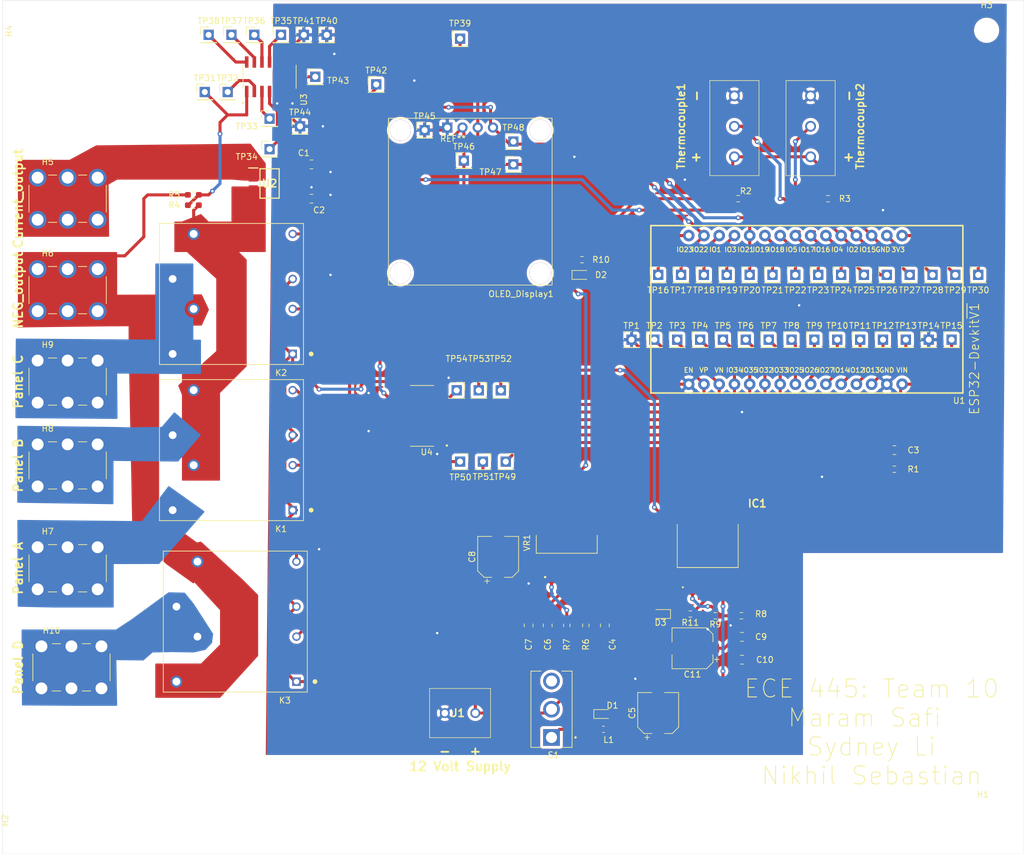
<source format=kicad_pcb>
(kicad_pcb (version 20171130) (host pcbnew "(5.1.10)-1")
  (layers (0 F.Cu signal) (31 B.Cu signal) (34 B.Paste user) (35 F.Paste user) (36 B.SilkS user) (37 F.SilkS user) (38 B.Mask user) (39 F.Mask user) (44 Edge.Cuts user))
  (net 0 "")
  (net 1 +3V3)
  (net 2 NEG_output)
  (net 3 Current_output_voltage)
  (net 4 +5V)
  (net 5 +12V)
  (net 6 Panel_A)
  (net 7 Panel_B)
  (net 8 Panel_C)
  (net 9 POS_output)
  (net 10 Panel_D)
  (net 11 Control_Signal1)
  (net 12 Temp_Output1)
  (net 13 Temp_Output)
  (net 14 SCL)
  (net 15 SDA)
  (net 16 VOLT_output)
  (net 17 "Net-(D2-Pad2)")
  (net 18 "Net-(D3-Pad2)")
  (net 19 "Net-(R6-Pad2)")
  (net 20 "Net-(IC1-Pad1)")
  (net 21 Control_Signal2)
  (net 22 Control_Signal3)
  (net 23 Control_Signal4)
  (net 24 Control_Signal5)
  (net 25 Control_Signal6)
  (net 26 GND1)
  (net 27 "Net-(C2-Pad2)")
  (net 28 "Net-(U4-Pad7)")
  (net 29 "Net-(C5-Pad1)")
  (net 30 "Net-(K1-Pad4)")
  (net 31 "Net-(K1-Pad2)")
  (net 32 "Net-(K2-Pad4)")
  (net 33 "Net-(K2-Pad2)")
  (net 34 "Net-(K3-Pad4)")
  (net 35 "Net-(K3-Pad2)")
  (net 36 GND)
  (net 37 "Net-(U4-Pad12)")
  (net 38 Current_output)
  (net 39 "Net-(TP8-Pad1)")
  (net 40 "Net-(TP9-Pad1)")
  (net 41 "Net-(TP10-Pad1)")
  (net 42 "Net-(TP11-Pad1)")
  (net 43 "Net-(TP12-Pad1)")
  (net 44 "Net-(TP13-Pad1)")
  (net 45 "Net-(TP16-Pad1)")
  (net 46 "Net-(TP18-Pad1)")
  (net 47 "Net-(TP19-Pad1)")
  (net 48 "Net-(TP21-Pad1)")
  (net 49 "Net-(TP22-Pad1)")
  (net 50 "Net-(TP23-Pad1)")
  (net 51 "Net-(TP24-Pad1)")
  (net 52 "Net-(TP25-Pad1)")
  (net 53 "Net-(TP29-Pad1)")
  (net 54 "Net-(TP30-Pad1)")
  (net 55 "Net-(TP38-Pad1)")
  (net 56 "Net-(TP37-Pad1)")
  (net 57 "Net-(TP36-Pad1)")
  (net 58 "Net-(TP35-Pad1)")
  (net 59 "Net-(TP34-Pad1)")
  (net 60 "Net-(TP33-Pad1)")
  (net 61 "Net-(D1-Pad2)")
  (net 62 "Net-(S1-Pad3)")
  (module AH864C_STP:OLEDdisplay (layer F.Cu) (at 89.535 60.325)
    (fp_text reference OLED_Display1 (at 22.225 1.27) (layer F.SilkS))
    (fp_text value Conn_01x04)
    (fp_text user REF** (at 10.8966 -24.6126 180) (layer F.SilkS))
    (pad "" thru_hole circle (at 2.1336 -26.0096) (size 3.5 3.5) (drill 3.5) (layers *.Cu *.Mask))
    (pad "" thru_hole circle (at 2.1336 -2.2352) (size 3.5 3.5) (drill 3.5) (layers *.Cu *.Mask))
    (pad "" thru_hole circle (at 25.4254 -2.2098) (size 3.5 3.5) (drill 3.5) (layers *.Cu *.Mask))
    (pad 3 thru_hole oval (at 15.0114 -26.4668 90) (size 1.7 1.7) (drill 1) (layers *.Cu *.Mask) (net 14 SCL))
    (pad 4 thru_hole oval (at 17.5514 -26.4668 90) (size 1.7 1.7) (drill 1) (layers *.Cu *.Mask) (net 15 SDA))
    (pad 1 thru_hole rect (at 9.9314 -26.4668 90) (size 1.7 1.7) (drill 1) (layers *.Cu *.Mask) (net 26 GND1))
    (pad 2 thru_hole oval (at 12.4714 -26.4668 90) (size 1.7 1.7) (drill 1) (layers *.Cu *.Mask) (net 4 +5V))
    (pad "" thru_hole circle (at 25.4 -26.035) (size 3.5 3.5) (drill 3.5) (layers *.Cu *.Mask))
  )
  (module Connector_PinSocket_2.54mm:PinSocket_1x01_P2.54mm_Vertical (layer F.Cu) (at 109.22 89.535)
    (fp_text reference TP49 (at -0.127 2.54) (layer F.SilkS))
    (fp_text value TestPoint)
    (pad 1 thru_hole rect (at 0 0) (size 1.7 1.7) (drill 1) (layers *.Cu *.Mask) (net 25 Control_Signal6))
  )
  (module Connector_PinSocket_2.54mm:PinSocket_1x01_P2.54mm_Vertical (layer F.Cu) (at 101.6 89.535)
    (fp_text reference TP50 (at 0.0635 2.6035) (layer F.SilkS))
    (fp_text value TestPoint)
    (pad 1 thru_hole rect (at 0 0) (size 1.7 1.7) (drill 1) (layers *.Cu *.Mask) (net 24 Control_Signal5))
  )
  (module ESP32DEVKITV1:ESP32-DEVKITV1 (layer F.Cu) (at 152.4 65.405 180)
    (fp_text reference U1 (at -32.385 -13.97) (layer F.SilkS))
    (fp_text value ESP32DEVKITV1)
    (fp_text user ESP32-Devkit~V1 (at -34.925 -6.985 90) (layer F.SilkS) (effects (font (size 1.52 1.52))))
    (fp_text user EN (at 12.7 -8.89) (layer F.SilkS) (effects (font (size 0.8 0.8))))
    (fp_text user VP (at 10.16 -8.89) (layer F.SilkS) (effects (font (size 0.8 0.8))))
    (fp_text user VN (at 7.62 -8.89) (layer F.SilkS) (effects (font (size 0.8 0.8))))
    (fp_text user IO34 (at 5.08 -8.89) (layer F.SilkS) (effects (font (size 0.8 0.8))))
    (fp_text user IO35 (at 2.54 -8.89) (layer F.SilkS) (effects (font (size 0.8 0.8))))
    (fp_text user IO32 (at 0 -8.89) (layer F.SilkS) (effects (font (size 0.8 0.8))))
    (fp_text user IO33 (at -2.54 -8.89) (layer F.SilkS) (effects (font (size 0.8 0.8))))
    (fp_text user IO25 (at -5.08 -8.89) (layer F.SilkS) (effects (font (size 0.8 0.8))))
    (fp_text user IO26 (at -7.62 -8.89) (layer F.SilkS) (effects (font (size 0.8 0.8))))
    (fp_text user IO27 (at -10.16 -8.89) (layer F.SilkS) (effects (font (size 0.8 0.8))))
    (fp_text user IO14 (at -12.7 -8.89) (layer F.SilkS) (effects (font (size 0.8 0.8))))
    (fp_text user IO12 (at -15.24 -8.89) (layer F.SilkS) (effects (font (size 0.8 0.8))))
    (fp_text user IO13 (at -17.78 -8.89) (layer F.SilkS) (effects (font (size 0.8 0.8))))
    (fp_text user GND (at -20.32 -8.89) (layer F.SilkS) (effects (font (size 0.8 0.8))))
    (fp_text user VIN (at -22.86 -8.89) (layer F.SilkS) (effects (font (size 0.8 0.8))))
    (fp_text user IO23 (at 13.35 11.2) (layer F.SilkS) (effects (font (size 0.8 0.8))))
    (fp_text user IO22 (at 10.81 11.2) (layer F.SilkS) (effects (font (size 0.8 0.8))))
    (fp_text user IO1 (at 8.27 11.2) (layer F.SilkS) (effects (font (size 0.8 0.8))))
    (fp_text user IO3 (at 5.73 11.2) (layer F.SilkS) (effects (font (size 0.8 0.8))))
    (fp_text user IO21 (at 3.19 11.2) (layer F.SilkS) (effects (font (size 0.8 0.8))))
    (fp_text user IO19 (at 0.65 11.2) (layer F.SilkS) (effects (font (size 0.8 0.8))))
    (fp_text user IO18 (at -1.89 11.2) (layer F.SilkS) (effects (font (size 0.8 0.8))))
    (fp_text user IO5 (at -4.43 11.2) (layer F.SilkS) (effects (font (size 0.8 0.8))))
    (fp_text user IO17 (at -6.97 11.2) (layer F.SilkS) (effects (font (size 0.8 0.8))))
    (fp_text user IO16 (at -9.51 11.2) (layer F.SilkS) (effects (font (size 0.8 0.8))))
    (fp_text user IO4 (at -12.05 11.2) (layer F.SilkS) (effects (font (size 0.8 0.8))))
    (fp_text user IO2 (at -14.59 11.2) (layer F.SilkS) (effects (font (size 0.8 0.8))))
    (fp_text user IO15 (at -17.13 11.2) (layer F.SilkS) (effects (font (size 0.8 0.8))))
    (fp_text user GND (at -19.67 11.2) (layer F.SilkS) (effects (font (size 0.8 0.8))))
    (fp_text user 3V3 (at -22.21 11.2) (layer F.SilkS) (effects (font (size 0.8 0.8))))
    (pad 16 thru_hole circle (at 12.69 -11.23 180) (size 1.9304 1.9304) (drill 1) (layers *.Cu *.Mask) (net 26 GND1))
    (pad 17 thru_hole circle (at 10.15 -11.23 180) (size 1.9304 1.9304) (drill 1) (layers *.Cu *.Mask) (net 11 Control_Signal1))
    (pad 18 thru_hole circle (at 7.61 -11.23 180) (size 1.9304 1.9304) (drill 1) (layers *.Cu *.Mask) (net 21 Control_Signal2))
    (pad 19 thru_hole circle (at 5.07 -11.23 180) (size 1.9304 1.9304) (drill 1) (layers *.Cu *.Mask) (net 22 Control_Signal3))
    (pad 20 thru_hole circle (at 2.53 -11.23 180) (size 1.9304 1.9304) (drill 1) (layers *.Cu *.Mask) (net 23 Control_Signal4))
    (pad 21 thru_hole circle (at -0.01 -11.23 180) (size 1.9304 1.9304) (drill 1) (layers *.Cu *.Mask) (net 24 Control_Signal5))
    (pad 22 thru_hole circle (at -2.55 -11.23 180) (size 1.9304 1.9304) (drill 1) (layers *.Cu *.Mask) (net 25 Control_Signal6))
    (pad 23 thru_hole circle (at -5.09 -11.23 180) (size 1.9304 1.9304) (drill 1) (layers *.Cu *.Mask) (net 39 "Net-(TP8-Pad1)"))
    (pad 24 thru_hole circle (at -7.63 -11.23 180) (size 1.9304 1.9304) (drill 1) (layers *.Cu *.Mask) (net 40 "Net-(TP9-Pad1)"))
    (pad 25 thru_hole circle (at -10.17 -11.23 180) (size 1.9304 1.9304) (drill 1) (layers *.Cu *.Mask) (net 41 "Net-(TP10-Pad1)"))
    (pad 26 thru_hole circle (at -12.71 -11.23 180) (size 1.9304 1.9304) (drill 1) (layers *.Cu *.Mask) (net 42 "Net-(TP11-Pad1)"))
    (pad 27 thru_hole circle (at -15.25 -11.23 180) (size 1.9304 1.9304) (drill 1) (layers *.Cu *.Mask) (net 43 "Net-(TP12-Pad1)"))
    (pad 28 thru_hole circle (at -17.79 -11.23 180) (size 1.9304 1.9304) (drill 1) (layers *.Cu *.Mask) (net 44 "Net-(TP13-Pad1)"))
    (pad 29 thru_hole circle (at -20.33 -11.23 180) (size 1.9304 1.9304) (drill 1) (layers *.Cu *.Mask) (net 26 GND1))
    (pad 30 thru_hole circle (at -22.87 -11.23 180) (size 1.9304 1.9304) (drill 1) (layers *.Cu *.Mask) (net 4 +5V))
    (pad 15 thru_hole circle (at 12.69 13.54 180) (size 1.9304 1.9304) (drill 1) (layers *.Cu *.Mask) (net 45 "Net-(TP16-Pad1)"))
    (pad 14 thru_hole circle (at 10.15 13.54 180) (size 1.9304 1.9304) (drill 1) (layers *.Cu *.Mask) (net 14 SCL))
    (pad 13 thru_hole circle (at 7.61 13.54 180) (size 1.9304 1.9304) (drill 1) (layers *.Cu *.Mask) (net 46 "Net-(TP18-Pad1)"))
    (pad 12 thru_hole circle (at 5.07 13.54 180) (size 1.9304 1.9304) (drill 1) (layers *.Cu *.Mask) (net 47 "Net-(TP19-Pad1)"))
    (pad 11 thru_hole circle (at 2.53 13.54 180) (size 1.9304 1.9304) (drill 1) (layers *.Cu *.Mask) (net 15 SDA))
    (pad 10 thru_hole circle (at -0.01 13.54 180) (size 1.9304 1.9304) (drill 1) (layers *.Cu *.Mask) (net 48 "Net-(TP21-Pad1)"))
    (pad 9 thru_hole circle (at -2.55 13.54 180) (size 1.9304 1.9304) (drill 1) (layers *.Cu *.Mask) (net 49 "Net-(TP22-Pad1)"))
    (pad 8 thru_hole circle (at -5.09 13.54 180) (size 1.9304 1.9304) (drill 1) (layers *.Cu *.Mask) (net 50 "Net-(TP23-Pad1)"))
    (pad 7 thru_hole circle (at -7.63 13.54 180) (size 1.9304 1.9304) (drill 1) (layers *.Cu *.Mask) (net 51 "Net-(TP24-Pad1)"))
    (pad 6 thru_hole circle (at -10.17 13.54 180) (size 1.9304 1.9304) (drill 1) (layers *.Cu *.Mask) (net 52 "Net-(TP25-Pad1)"))
    (pad 5 thru_hole circle (at -12.71 13.54 180) (size 1.9304 1.9304) (drill 1) (layers *.Cu *.Mask) (net 3 Current_output_voltage))
    (pad 4 thru_hole circle (at -15.25 13.54 180) (size 1.9304 1.9304) (drill 1) (layers *.Cu *.Mask) (net 13 Temp_Output))
    (pad 3 thru_hole circle (at -17.79 13.54 180) (size 1.9304 1.9304) (drill 1) (layers *.Cu *.Mask) (net 12 Temp_Output1))
    (pad 2 thru_hole circle (at -20.33 13.54 180) (size 1.9304 1.9304) (drill 1) (layers *.Cu *.Mask) (net 53 "Net-(TP29-Pad1)"))
    (pad 1 thru_hole circle (at -22.87 13.54 180) (size 1.9304 1.9304) (drill 1) (layers *.Cu *.Mask) (net 54 "Net-(TP30-Pad1)"))
  )
  (module ACS714ELCTR-30A-T:SOIC127P600X175-8N (layer F.Cu) (at 69.85 43.18)
    (fp_text reference U2 (at 0 0) (layer F.SilkS) (effects (font (size 1.27 1.27) (thickness 0.254))))
    (fp_text value ACS714xLCTR-30A hide)
    (pad 8 smd rect (at 2.712 -1.905 90) (size 0.65 1.525) (layers F.Cu F.Paste F.Mask) (net 4 +5V))
    (pad 7 smd rect (at 2.712 -0.635 90) (size 0.65 1.525) (layers F.Cu F.Paste F.Mask) (net 3 Current_output_voltage))
    (pad 6 smd rect (at 2.712 0.635 90) (size 0.65 1.525) (layers F.Cu F.Paste F.Mask) (net 27 "Net-(C2-Pad2)"))
    (pad 5 smd rect (at 2.712 1.905 90) (size 0.65 1.525) (layers F.Cu F.Paste F.Mask) (net 26 GND1))
    (pad 4 smd rect (at -2.712 1.905 90) (size 0.65 1.525) (layers F.Cu F.Paste F.Mask) (net 9 POS_output))
    (pad 3 smd rect (at -2.712 0.635 90) (size 0.65 1.525) (layers F.Cu F.Paste F.Mask) (net 9 POS_output))
    (pad 2 smd rect (at -2.712 -0.635 90) (size 0.65 1.525) (layers F.Cu F.Paste F.Mask) (net 38 Current_output))
    (pad 1 smd rect (at -2.712 -1.905 90) (size 0.65 1.525) (layers F.Cu F.Paste F.Mask) (net 38 Current_output))
  )
  (module Connector_PinSocket_2.54mm:PinSocket_1x01_P2.54mm_Vertical (layer F.Cu) (at 101.0285 77.6605)
    (fp_text reference TP54 (at 0 -5.2705) (layer F.SilkS))
    (fp_text value TestPoint)
    (pad 1 thru_hole rect (at 0 0) (size 1.7 1.7) (drill 1) (layers *.Cu *.Mask) (net 11 Control_Signal1))
  )
  (module Connector_PinSocket_2.54mm:PinSocket_1x01_P2.54mm_Vertical (layer F.Cu) (at 104.7115 77.6605)
    (fp_text reference TP53 (at 0.0635 -5.2705) (layer F.SilkS))
    (fp_text value TestPoint)
    (pad 1 thru_hole rect (at 0 0) (size 1.7 1.7) (drill 1) (layers *.Cu *.Mask) (net 21 Control_Signal2))
  )
  (module Connector_PinSocket_2.54mm:PinSocket_1x01_P2.54mm_Vertical (layer F.Cu) (at 108.3945 77.6605)
    (fp_text reference TP52 (at 0 -5.2705) (layer F.SilkS))
    (fp_text value TestPoint)
    (pad 1 thru_hole rect (at 0 0) (size 1.7 1.7) (drill 1) (layers *.Cu *.Mask) (net 22 Control_Signal3))
  )
  (module Connector_PinSocket_2.54mm:PinSocket_1x01_P2.54mm_Vertical (layer F.Cu) (at 105.41 89.535)
    (fp_text reference TP51 (at 0.127 2.54) (layer F.SilkS))
    (fp_text value TestPoint)
    (pad 1 thru_hole rect (at 0 0) (size 1.7 1.7) (drill 1) (layers *.Cu *.Mask) (net 23 Control_Signal4))
  )
  (module FTR-J2AK006W:RELAY_FTR-J2AK006W (layer F.Cu) (at 64.135 116.205 180)
    (fp_text reference K3 (at -8.277375 -13.138885) (layer F.SilkS) (effects (font (size 1.000291 1.000291))))
    (fp_text value FTR-J2AK006W)
    (pad 5 thru_hole circle (at 9.8 -10 180) (size 1.95 1.95) (drill 1.3) (layers *.Cu *.Mask) (net 2 NEG_output))
    (pad 8 thru_hole circle (at 6.3 10 180) (size 1.95 1.95) (drill 1.3) (layers *.Cu *.Mask) (net 2 NEG_output))
    (pad 7 thru_hole circle (at 9.8 2.5 180) (size 1.95 1.95) (drill 1.3) (layers *.Cu *.Mask) (net 10 Panel_D))
    (pad 6 thru_hole circle (at 6.3 -2.5 180) (size 1.95 1.95) (drill 1.3) (layers *.Cu *.Mask) (net 10 Panel_D))
    (pad 4 thru_hole circle (at -10.2 10 180) (size 1.408 1.408) (drill 0.9) (layers *.Cu *.Mask) (net 34 "Net-(K3-Pad4)"))
    (pad 1 thru_hole rect (at -10.2 -10 180) (size 1.408 1.408) (drill 0.9) (layers *.Cu *.Mask) (net 5 +12V))
    (pad 3 thru_hole circle (at -10.2 2.5 180) (size 1.408 1.408) (drill 0.9) (layers *.Cu *.Mask) (net 5 +12V))
    (pad 2 thru_hole circle (at -10.2 -2.5 180) (size 1.408 1.408) (drill 0.9) (layers *.Cu *.Mask) (net 35 "Net-(K3-Pad2)"))
  )
  (module Connector_PinHeader_2.54mm:PinHeader_1x01_P2.54mm_Vertical (layer F.Cu) (at 110.49 36.195)
    (fp_text reference TP48 (at 0 -2.33) (layer F.SilkS))
    (fp_text value TestPoint)
    (pad 1 thru_hole rect (at 0 0) (size 1.7 1.7) (drill 1) (layers *.Cu *.Mask) (net 15 SDA))
  )
  (module Connector_PinHeader_2.54mm:PinHeader_1x01_P2.54mm_Vertical (layer F.Cu) (at 110.49 40.005)
    (fp_text reference TP47 (at -3.81 1.27) (layer F.SilkS))
    (fp_text value TestPoint)
    (pad 1 thru_hole rect (at 0 0) (size 1.7 1.7) (drill 1) (layers *.Cu *.Mask) (net 14 SCL))
  )
  (module Connector_PinHeader_2.54mm:PinHeader_1x01_P2.54mm_Vertical (layer F.Cu) (at 102.235 39.37)
    (fp_text reference TP46 (at 0 -2.33) (layer F.SilkS))
    (fp_text value TestPoint)
    (pad 1 thru_hole rect (at 0 0) (size 1.7 1.7) (drill 1) (layers *.Cu *.Mask) (net 4 +5V))
  )
  (module Connector_PinHeader_2.54mm:PinHeader_1x01_P2.54mm_Vertical (layer F.Cu) (at 95.6945 34.29)
    (fp_text reference TP45 (at 0 -2.33) (layer F.SilkS))
    (fp_text value TestPoint)
    (pad 1 thru_hole rect (at 0 0) (size 1.7 1.7) (drill 1) (layers *.Cu *.Mask) (net 26 GND1))
  )
  (module Connector_PinHeader_2.54mm:PinHeader_1x01_P2.54mm_Vertical (layer F.Cu) (at 74.93 33.655)
    (fp_text reference TP44 (at 0 -2.33) (layer F.SilkS))
    (fp_text value TestPoint)
    (pad 1 thru_hole rect (at 0 0) (size 1.7 1.7) (drill 1) (layers *.Cu *.Mask) (net 26 GND1))
  )
  (module Connector_PinHeader_2.54mm:PinHeader_1x01_P2.54mm_Vertical (layer F.Cu) (at 77.47 25.4)
    (fp_text reference TP43 (at 3.81 0.635) (layer F.SilkS))
    (fp_text value TestPoint)
    (pad 1 thru_hole rect (at 0 0) (size 1.7 1.7) (drill 1) (layers *.Cu *.Mask) (net 4 +5V))
  )
  (module Connector_PinHeader_2.54mm:PinHeader_1x01_P2.54mm_Vertical (layer F.Cu) (at 87.63 26.67)
    (fp_text reference TP42 (at 0 -2.33) (layer F.SilkS))
    (fp_text value TestPoint)
    (pad 1 thru_hole rect (at 0 0) (size 1.7 1.7) (drill 1) (layers *.Cu *.Mask) (net 15 SDA))
  )
  (module Connector_PinHeader_2.54mm:PinHeader_1x01_P2.54mm_Vertical (layer F.Cu) (at 75.565 18.415)
    (fp_text reference TP41 (at 0 -2.33) (layer F.SilkS))
    (fp_text value TestPoint)
    (pad 1 thru_hole rect (at 0 0) (size 1.7 1.7) (drill 1) (layers *.Cu *.Mask) (net 26 GND1))
  )
  (module Connector_PinHeader_2.54mm:PinHeader_1x01_P2.54mm_Vertical (layer F.Cu) (at 79.375 18.415)
    (fp_text reference TP40 (at 0 -2.33) (layer F.SilkS))
    (fp_text value TestPoint)
    (pad 1 thru_hole rect (at 0 0) (size 1.7 1.7) (drill 1) (layers *.Cu *.Mask) (net 26 GND1))
  )
  (module Connector_PinHeader_2.54mm:PinHeader_1x01_P2.54mm_Vertical (layer F.Cu) (at 101.6 19.05)
    (fp_text reference TP39 (at 0 -2.54) (layer F.SilkS))
    (fp_text value TestPoint)
    (pad 1 thru_hole rect (at 0 0) (size 1.7 1.7) (drill 1) (layers *.Cu *.Mask) (net 14 SCL))
  )
  (module Connector_PinHeader_2.54mm:PinHeader_1x01_P2.54mm_Vertical (layer F.Cu) (at 59.69 18.415)
    (fp_text reference TP38 (at 0 -2.33) (layer F.SilkS))
    (fp_text value TestPoint)
    (pad 1 thru_hole rect (at 0 0) (size 1.7 1.7) (drill 1) (layers *.Cu *.Mask) (net 55 "Net-(TP38-Pad1)"))
  )
  (module Connector_PinHeader_2.54mm:PinHeader_1x01_P2.54mm_Vertical (layer F.Cu) (at 63.5 18.415)
    (fp_text reference TP37 (at 0 -2.33) (layer F.SilkS))
    (fp_text value TestPoint)
    (pad 1 thru_hole rect (at 0 0) (size 1.7 1.7) (drill 1) (layers *.Cu *.Mask) (net 56 "Net-(TP37-Pad1)"))
  )
  (module Connector_PinHeader_2.54mm:PinHeader_1x01_P2.54mm_Vertical (layer F.Cu) (at 67.31 18.415)
    (fp_text reference TP36 (at 0 -2.33) (layer F.SilkS))
    (fp_text value TestPoint)
    (pad 1 thru_hole rect (at 0 0) (size 1.7 1.7) (drill 1) (layers *.Cu *.Mask) (net 57 "Net-(TP36-Pad1)"))
  )
  (module Connector_PinHeader_2.54mm:PinHeader_1x01_P2.54mm_Vertical (layer F.Cu) (at 71.755 18.415)
    (fp_text reference TP35 (at 0 -2.33) (layer F.SilkS))
    (fp_text value TestPoint)
    (pad 1 thru_hole rect (at 0 0) (size 1.7 1.7) (drill 1) (layers *.Cu *.Mask) (net 58 "Net-(TP35-Pad1)"))
  )
  (module Connector_PinHeader_2.54mm:PinHeader_1x01_P2.54mm_Vertical (layer F.Cu) (at 69.85 37.465)
    (fp_text reference TP34 (at -3.81 1.27) (layer F.SilkS))
    (fp_text value TestPoint)
    (pad 1 thru_hole rect (at 0 0) (size 1.7 1.7) (drill 1) (layers *.Cu *.Mask) (net 59 "Net-(TP34-Pad1)"))
  )
  (module Connector_PinHeader_2.54mm:PinHeader_1x01_P2.54mm_Vertical (layer F.Cu) (at 69.85 32.385)
    (fp_text reference TP33 (at -3.81 1.27) (layer F.SilkS))
    (fp_text value TestPoint)
    (pad 1 thru_hole rect (at 0 0) (size 1.7 1.7) (drill 1) (layers *.Cu *.Mask) (net 60 "Net-(TP33-Pad1)"))
  )
  (module Connector_PinHeader_2.54mm:PinHeader_1x01_P2.54mm_Vertical (layer F.Cu) (at 62.865 27.94)
    (fp_text reference TP32 (at 0 -2.33) (layer F.SilkS))
    (fp_text value TestPoint)
    (pad 1 thru_hole rect (at 0 0) (size 1.7 1.7) (drill 1) (layers *.Cu *.Mask) (net 36 GND))
  )
  (module Connector_PinHeader_2.54mm:PinHeader_1x01_P2.54mm_Vertical (layer F.Cu) (at 59.055 27.94)
    (fp_text reference TP31 (at 0 -2.33) (layer F.SilkS))
    (fp_text value TestPoint)
    (pad 1 thru_hole rect (at 0 0) (size 1.7 1.7) (drill 1) (layers *.Cu *.Mask) (net 16 VOLT_output))
  )
  (module Connector_PinHeader_2.54mm:PinHeader_1x01_P2.54mm_Vertical (layer F.Cu) (at 160.655 69.215)
    (fp_text reference TP9 (at 0 -2.33) (layer F.SilkS))
    (fp_text value TestPoint)
    (pad 1 thru_hole rect (at 0 0) (size 1.7 1.7) (drill 1) (layers *.Cu *.Mask) (net 40 "Net-(TP9-Pad1)"))
  )
  (module 100SP1T1B4M2QE:SW_100SP1T1B4M2QE (layer F.Cu) (at 116.84 130.81 180)
    (fp_text reference S1 (at -0.325 -7.635) (layer F.SilkS))
    (fp_text value 100SP1T1B4M2QE)
    (pad 3 thru_hole circle (at 0 4.7 180) (size 2.775 2.775) (drill 1.85) (layers *.Cu *.Mask) (net 62 "Net-(S1-Pad3)"))
    (pad 2 thru_hole circle (at 0 0 180) (size 2.775 2.775) (drill 1.85) (layers *.Cu *.Mask) (net 5 +12V))
    (pad 1 thru_hole rect (at 0 -4.7 180) (size 2.775 2.775) (drill 1.85) (layers *.Cu *.Mask) (net 61 "Net-(D1-Pad2)"))
  )
  (module Connector_PinHeader_2.54mm:PinHeader_1x01_P2.54mm_Vertical (layer F.Cu) (at 187.96 58.42)
    (fp_text reference TP30 (at 0 2.54) (layer F.SilkS))
    (fp_text value TestPoint)
    (pad 1 thru_hole rect (at 0 0) (size 1.7 1.7) (drill 1) (layers *.Cu *.Mask) (net 54 "Net-(TP30-Pad1)"))
  )
  (module Connector_PinHeader_2.54mm:PinHeader_1x01_P2.54mm_Vertical (layer F.Cu) (at 184.15 58.42)
    (fp_text reference TP29 (at 0 2.54) (layer F.SilkS))
    (fp_text value TestPoint)
    (pad 1 thru_hole rect (at 0 0) (size 1.7 1.7) (drill 1) (layers *.Cu *.Mask) (net 53 "Net-(TP29-Pad1)"))
  )
  (module Connector_PinHeader_2.54mm:PinHeader_1x01_P2.54mm_Vertical (layer F.Cu) (at 180.34 58.42)
    (fp_text reference TP28 (at 0 2.54) (layer F.SilkS))
    (fp_text value TestPoint)
    (pad 1 thru_hole rect (at 0 0) (size 1.7 1.7) (drill 1) (layers *.Cu *.Mask) (net 12 Temp_Output1))
  )
  (module Connector_PinHeader_2.54mm:PinHeader_1x01_P2.54mm_Vertical (layer F.Cu) (at 176.53 58.42)
    (fp_text reference TP27 (at 0 2.54) (layer F.SilkS))
    (fp_text value TestPoint)
    (pad 1 thru_hole rect (at 0 0) (size 1.7 1.7) (drill 1) (layers *.Cu *.Mask) (net 13 Temp_Output))
  )
  (module Connector_PinHeader_2.54mm:PinHeader_1x01_P2.54mm_Vertical (layer F.Cu) (at 172.72 58.42)
    (fp_text reference TP26 (at 0 2.54) (layer F.SilkS))
    (fp_text value TestPoint)
    (pad 1 thru_hole rect (at 0 0) (size 1.7 1.7) (drill 1) (layers *.Cu *.Mask) (net 3 Current_output_voltage))
  )
  (module Connector_PinHeader_2.54mm:PinHeader_1x01_P2.54mm_Vertical (layer F.Cu) (at 168.91 58.42)
    (fp_text reference TP25 (at 0 2.54) (layer F.SilkS))
    (fp_text value TestPoint)
    (pad 1 thru_hole rect (at 0 0) (size 1.7 1.7) (drill 1) (layers *.Cu *.Mask) (net 52 "Net-(TP25-Pad1)"))
  )
  (module Connector_PinHeader_2.54mm:PinHeader_1x01_P2.54mm_Vertical (layer F.Cu) (at 165.1 58.42)
    (fp_text reference TP24 (at 0 2.54) (layer F.SilkS))
    (fp_text value TestPoint)
    (pad 1 thru_hole rect (at 0 0) (size 1.7 1.7) (drill 1) (layers *.Cu *.Mask) (net 51 "Net-(TP24-Pad1)"))
  )
  (module Connector_PinHeader_2.54mm:PinHeader_1x01_P2.54mm_Vertical (layer F.Cu) (at 161.29 58.42)
    (fp_text reference TP23 (at 0 2.54) (layer F.SilkS))
    (fp_text value TestPoint)
    (pad 1 thru_hole rect (at 0 0) (size 1.7 1.7) (drill 1) (layers *.Cu *.Mask) (net 50 "Net-(TP23-Pad1)"))
  )
  (module Connector_PinHeader_2.54mm:PinHeader_1x01_P2.54mm_Vertical (layer F.Cu) (at 157.48 58.42)
    (fp_text reference TP22 (at 0 2.54) (layer F.SilkS))
    (fp_text value TestPoint)
    (pad 1 thru_hole rect (at 0 0) (size 1.7 1.7) (drill 1) (layers *.Cu *.Mask) (net 49 "Net-(TP22-Pad1)"))
  )
  (module Connector_PinHeader_2.54mm:PinHeader_1x01_P2.54mm_Vertical (layer F.Cu) (at 153.67 58.42)
    (fp_text reference TP21 (at 0 2.54) (layer F.SilkS))
    (fp_text value TestPoint)
    (pad 1 thru_hole rect (at 0 0) (size 1.7 1.7) (drill 1) (layers *.Cu *.Mask) (net 48 "Net-(TP21-Pad1)"))
  )
  (module Connector_PinHeader_2.54mm:PinHeader_1x01_P2.54mm_Vertical (layer F.Cu) (at 149.86 58.42)
    (fp_text reference TP20 (at 0 2.54) (layer F.SilkS))
    (fp_text value TestPoint)
    (pad 1 thru_hole rect (at 0 0) (size 1.7 1.7) (drill 1) (layers *.Cu *.Mask) (net 15 SDA))
  )
  (module Connector_PinHeader_2.54mm:PinHeader_1x01_P2.54mm_Vertical (layer F.Cu) (at 146.05 58.42)
    (fp_text reference TP19 (at 0 2.54) (layer F.SilkS))
    (fp_text value TestPoint)
    (pad 1 thru_hole rect (at 0 0) (size 1.7 1.7) (drill 1) (layers *.Cu *.Mask) (net 47 "Net-(TP19-Pad1)"))
  )
  (module Connector_PinHeader_2.54mm:PinHeader_1x01_P2.54mm_Vertical (layer F.Cu) (at 142.24 58.42)
    (fp_text reference TP18 (at 0 2.54) (layer F.SilkS))
    (fp_text value TestPoint)
    (pad 1 thru_hole rect (at 0 0) (size 1.7 1.7) (drill 1) (layers *.Cu *.Mask) (net 46 "Net-(TP18-Pad1)"))
  )
  (module Connector_PinHeader_2.54mm:PinHeader_1x01_P2.54mm_Vertical (layer F.Cu) (at 183.515 69.215)
    (fp_text reference TP15 (at 0 -2.33) (layer F.SilkS))
    (fp_text value TestPoint)
    (pad 1 thru_hole rect (at 0 0) (size 1.7 1.7) (drill 1) (layers *.Cu *.Mask) (net 4 +5V))
  )
  (module Connector_PinHeader_2.54mm:PinHeader_1x01_P2.54mm_Vertical (layer F.Cu) (at 179.705 69.215)
    (fp_text reference TP14 (at 0 -2.33) (layer F.SilkS))
    (fp_text value TestPoint)
    (pad 1 thru_hole rect (at 0 0) (size 1.7 1.7) (drill 1) (layers *.Cu *.Mask) (net 26 GND1))
  )
  (module Connector_PinHeader_2.54mm:PinHeader_1x01_P2.54mm_Vertical (layer F.Cu) (at 175.895 69.215)
    (fp_text reference TP13 (at 0 -2.33) (layer F.SilkS))
    (fp_text value TestPoint)
    (pad 1 thru_hole rect (at 0 0) (size 1.7 1.7) (drill 1) (layers *.Cu *.Mask) (net 44 "Net-(TP13-Pad1)"))
  )
  (module Connector_PinHeader_2.54mm:PinHeader_1x01_P2.54mm_Vertical (layer F.Cu) (at 172.085 69.215)
    (fp_text reference TP12 (at 0 -2.33) (layer F.SilkS))
    (fp_text value TestPoint)
    (pad 1 thru_hole rect (at 0 0) (size 1.7 1.7) (drill 1) (layers *.Cu *.Mask) (net 43 "Net-(TP12-Pad1)"))
  )
  (module Connector_PinHeader_2.54mm:PinHeader_1x01_P2.54mm_Vertical (layer F.Cu) (at 168.275 69.215)
    (fp_text reference TP11 (at 0 -2.33) (layer F.SilkS))
    (fp_text value TestPoint)
    (pad 1 thru_hole rect (at 0 0) (size 1.7 1.7) (drill 1) (layers *.Cu *.Mask) (net 42 "Net-(TP11-Pad1)"))
  )
  (module Connector_PinHeader_2.54mm:PinHeader_1x01_P2.54mm_Vertical (layer F.Cu) (at 164.465 69.215)
    (fp_text reference TP10 (at 0 -2.33) (layer F.SilkS))
    (fp_text value TestPoint)
    (pad 1 thru_hole rect (at 0 0) (size 1.7 1.7) (drill 1) (layers *.Cu *.Mask) (net 41 "Net-(TP10-Pad1)"))
  )
  (module Connector_PinHeader_2.54mm:PinHeader_1x01_P2.54mm_Vertical (layer F.Cu) (at 156.845 69.215)
    (fp_text reference TP8 (at 0 -2.33) (layer F.SilkS))
    (fp_text value TestPoint)
    (pad 1 thru_hole rect (at 0 0) (size 1.7 1.7) (drill 1) (layers *.Cu *.Mask) (net 39 "Net-(TP8-Pad1)"))
  )
  (module Connector_PinHeader_2.54mm:PinHeader_1x01_P2.54mm_Vertical (layer F.Cu) (at 153.035 69.215)
    (fp_text reference TP7 (at 0 -2.33) (layer F.SilkS))
    (fp_text value TestPoint)
    (pad 1 thru_hole rect (at 0 0) (size 1.7 1.7) (drill 1) (layers *.Cu *.Mask) (net 25 Control_Signal6))
  )
  (module Connector_PinHeader_2.54mm:PinHeader_1x01_P2.54mm_Vertical (layer F.Cu) (at 149.225 69.215)
    (fp_text reference TP6 (at 0 -2.33) (layer F.SilkS))
    (fp_text value TestPoint)
    (pad 1 thru_hole rect (at 0 0) (size 1.7 1.7) (drill 1) (layers *.Cu *.Mask) (net 24 Control_Signal5))
  )
  (module Connector_PinHeader_2.54mm:PinHeader_1x01_P2.54mm_Vertical (layer F.Cu) (at 145.415 69.215)
    (fp_text reference TP5 (at 0 -2.33) (layer F.SilkS))
    (fp_text value TestPoint)
    (pad 1 thru_hole rect (at 0 0) (size 1.7 1.7) (drill 1) (layers *.Cu *.Mask) (net 23 Control_Signal4))
  )
  (module Connector_PinHeader_2.54mm:PinHeader_1x01_P2.54mm_Vertical (layer F.Cu) (at 141.605 69.215)
    (fp_text reference TP4 (at 0 -2.33) (layer F.SilkS))
    (fp_text value TestPoint)
    (pad 1 thru_hole rect (at 0 0) (size 1.7 1.7) (drill 1) (layers *.Cu *.Mask) (net 22 Control_Signal3))
  )
  (module Connector_PinHeader_2.54mm:PinHeader_1x01_P2.54mm_Vertical (layer F.Cu) (at 137.795 69.215)
    (fp_text reference TP3 (at 0 -2.33) (layer F.SilkS))
    (fp_text value TestPoint)
    (pad 1 thru_hole rect (at 0 0) (size 1.7 1.7) (drill 1) (layers *.Cu *.Mask) (net 21 Control_Signal2))
  )
  (module Connector_PinHeader_2.54mm:PinHeader_1x01_P2.54mm_Vertical (layer F.Cu) (at 133.985 69.215)
    (fp_text reference TP2 (at 0 -2.33) (layer F.SilkS))
    (fp_text value TestPoint)
    (pad 1 thru_hole rect (at 0 0) (size 1.7 1.7) (drill 1) (layers *.Cu *.Mask) (net 11 Control_Signal1))
  )
  (module Connector_PinHeader_2.54mm:PinHeader_1x01_P2.54mm_Vertical (layer F.Cu) (at 130.175 69.215)
    (fp_text reference TP1 (at 0 -2.33) (layer F.SilkS))
    (fp_text value TestPoint)
    (pad 1 thru_hole rect (at 0 0) (size 1.7 1.7) (drill 1) (layers *.Cu *.Mask) (net 26 GND1))
  )
  (module Connector_PinHeader_2.54mm:PinHeader_1x01_P2.54mm_Vertical (layer F.Cu) (at 138.43 58.42)
    (fp_text reference TP17 (at 0 2.54) (layer F.SilkS))
    (fp_text value TestPoint)
    (pad 1 thru_hole rect (at 0 0) (size 1.7 1.7) (drill 1) (layers *.Cu *.Mask) (net 14 SCL))
  )
  (module Connector_PinHeader_2.54mm:PinHeader_1x01_P2.54mm_Vertical (layer F.Cu) (at 134.62 58.42)
    (fp_text reference TP16 (at 0 2.54) (layer F.SilkS))
    (fp_text value TestPoint)
    (pad 1 thru_hole rect (at 0 0) (size 1.7 1.7) (drill 1) (layers *.Cu *.Mask) (net 45 "Net-(TP16-Pad1)"))
  )
  (module "ULN2003BDR (1):SOIC127P600X175-16N" (layer F.Cu) (at 95.25 81.915 180)
    (fp_text reference U4 (at -0.795 -6.035) (layer F.SilkS))
    (fp_text value ULN2003BDR)
    (pad 16 smd roundrect (at 2.475 -4.445 180) (size 1.97 0.6) (layers F.Cu F.Paste F.Mask) (roundrect_rratio 0.07000000000000001) (net 35 "Net-(K3-Pad2)"))
    (pad 15 smd roundrect (at 2.475 -3.175 180) (size 1.97 0.6) (layers F.Cu F.Paste F.Mask) (roundrect_rratio 0.07000000000000001) (net 34 "Net-(K3-Pad4)"))
    (pad 14 smd roundrect (at 2.475 -1.905 180) (size 1.97 0.6) (layers F.Cu F.Paste F.Mask) (roundrect_rratio 0.07000000000000001) (net 31 "Net-(K1-Pad2)"))
    (pad 13 smd roundrect (at 2.475 -0.635 180) (size 1.97 0.6) (layers F.Cu F.Paste F.Mask) (roundrect_rratio 0.07000000000000001) (net 30 "Net-(K1-Pad4)"))
    (pad 12 smd roundrect (at 2.475 0.635 180) (size 1.97 0.6) (layers F.Cu F.Paste F.Mask) (roundrect_rratio 0.07000000000000001) (net 37 "Net-(U4-Pad12)"))
    (pad 11 smd roundrect (at 2.475 1.905 180) (size 1.97 0.6) (layers F.Cu F.Paste F.Mask) (roundrect_rratio 0.07000000000000001) (net 33 "Net-(K2-Pad2)"))
    (pad 10 smd roundrect (at 2.475 3.175 180) (size 1.97 0.6) (layers F.Cu F.Paste F.Mask) (roundrect_rratio 0.07000000000000001) (net 32 "Net-(K2-Pad4)"))
    (pad 9 smd roundrect (at 2.475 4.445 180) (size 1.97 0.6) (layers F.Cu F.Paste F.Mask) (roundrect_rratio 0.07000000000000001) (net 5 +12V))
    (pad 8 smd roundrect (at -2.475 4.445 180) (size 1.97 0.6) (layers F.Cu F.Paste F.Mask) (roundrect_rratio 0.07000000000000001) (net 26 GND1))
    (pad 7 smd roundrect (at -2.475 3.175 180) (size 1.97 0.6) (layers F.Cu F.Paste F.Mask) (roundrect_rratio 0.07000000000000001) (net 28 "Net-(U4-Pad7)"))
    (pad 6 smd roundrect (at -2.475 1.905 180) (size 1.97 0.6) (layers F.Cu F.Paste F.Mask) (roundrect_rratio 0.07000000000000001) (net 11 Control_Signal1))
    (pad 5 smd roundrect (at -2.475 0.635 180) (size 1.97 0.6) (layers F.Cu F.Paste F.Mask) (roundrect_rratio 0.07000000000000001) (net 21 Control_Signal2))
    (pad 4 smd roundrect (at -2.475 -0.635 180) (size 1.97 0.6) (layers F.Cu F.Paste F.Mask) (roundrect_rratio 0.07000000000000001) (net 22 Control_Signal3))
    (pad 3 smd roundrect (at -2.475 -1.905 180) (size 1.97 0.6) (layers F.Cu F.Paste F.Mask) (roundrect_rratio 0.07000000000000001) (net 23 Control_Signal4))
    (pad 2 smd roundrect (at -2.475 -3.175 180) (size 1.97 0.6) (layers F.Cu F.Paste F.Mask) (roundrect_rratio 0.07000000000000001) (net 24 Control_Signal5))
    (pad 1 smd roundrect (at -2.475 -4.445 180) (size 1.97 0.6) (layers F.Cu F.Paste F.Mask) (roundrect_rratio 0.07000000000000001) (net 25 Control_Signal6))
  )
  (module Inductor_SMD:L_0603_1608Metric_Pad1.05x0.95mm_HandSolder (layer F.Cu) (at 125.500001 134.155001 180)
    (fp_text reference L1 (at -0.864999 -1.734999) (layer F.SilkS))
    (fp_text value 100u)
    (pad 2 smd roundrect (at 0.875 0 180) (size 1.05 0.95) (layers F.Cu F.Paste F.Mask) (net 61 "Net-(D1-Pad2)"))
    (pad 1 smd roundrect (at -0.875 0 180) (size 1.05 0.95) (layers F.Cu F.Paste F.Mask) (net 29 "Net-(C5-Pad1)"))
  )
  (module Diode_SMD:D_0603_1608Metric_Pad1.05x0.95mm_HandSolder (layer F.Cu) (at 125.545001 131.605001)
    (fp_text reference D1 (at 1.454999 -1.430001) (layer F.SilkS))
    (fp_text value D)
    (pad 2 smd roundrect (at 0.875 0) (size 1.05 0.95) (layers F.Cu F.Paste F.Mask) (net 61 "Net-(D1-Pad2)"))
    (pad 1 smd roundrect (at -0.875 0) (size 1.05 0.95) (layers F.Cu F.Paste F.Mask) (net 26 GND1))
  )
  (module Resistor_SMD:R_0603_1608Metric_Pad0.98x0.95mm_HandSolder (layer F.Cu) (at 162.9175 45.72)
    (fp_text reference R3 (at 2.8175 0) (layer F.SilkS))
    (fp_text value 4.7k)
    (pad 2 smd roundrect (at 0.9125 0) (size 0.975 0.95) (layers F.Cu F.Paste F.Mask) (net 1 +3V3))
    (pad 1 smd roundrect (at -0.9125 0) (size 0.975 0.95) (layers F.Cu F.Paste F.Mask) (net 1 +3V3))
  )
  (module 282837-3:2828373 (layer F.Cu) (at 160.02 38.735 90)
    (fp_text reference Thermocouple2 (at 5.08 8.255 90) (layer F.SilkS) (effects (font (size 1.27 1.27) (thickness 0.254))))
    (fp_text value Screw_Terminal_01x03 hide)
    (pad 3 thru_hole circle (at 10.16 0 90) (size 1.8 1.8) (drill 1.2) (layers *.Cu *.Mask) (net 26 GND1))
    (pad 2 thru_hole circle (at 5.08 0 90) (size 1.8 1.8) (drill 1.2) (layers *.Cu *.Mask) (net 12 Temp_Output1))
    (pad 1 thru_hole circle (at 0 0 90) (size 1.8 1.8) (drill 1.2) (layers *.Cu *.Mask) (net 1 +3V3))
  )
  (module 282837-3:2828373 (layer F.Cu) (at 147.32 38.735 90)
    (fp_text reference Thermocouple1 (at 5.08 -8.89 90) (layer F.SilkS) (effects (font (size 1.27 1.27) (thickness 0.254))))
    (fp_text value Screw_Terminal_01x03 hide)
    (pad 3 thru_hole circle (at 10.16 0 90) (size 1.8 1.8) (drill 1.2) (layers *.Cu *.Mask) (net 26 GND1))
    (pad 2 thru_hole circle (at 5.08 0 90) (size 1.8 1.8) (drill 1.2) (layers *.Cu *.Mask) (net 13 Temp_Output))
    (pad 1 thru_hole circle (at 0 0 90) (size 1.8 1.8) (drill 1.2) (layers *.Cu *.Mask) (net 1 +3V3))
  )
  (module 282837-2:2828372 (layer F.Cu) (at 99.06 131.445)
    (fp_text reference J1 (at 2.24 0) (layer F.SilkS) (effects (font (size 1.27 1.27) (thickness 0.254))))
    (fp_text value Screw_Terminal_01x02 hide)
    (pad 2 thru_hole circle (at 5.08 0) (size 1.65 1.65) (drill 1.1) (layers *.Cu *.Mask) (net 5 +12V))
    (pad 1 thru_hole circle (at 0 0) (size 1.65 1.65) (drill 1.1) (layers *.Cu *.Mask) (net 26 GND1))
  )
  (module LM1117SX-3:TO254P1435X464-4N (layer F.Cu) (at 119.38 102.235 90)
    (fp_text reference VR1 (at -0.825 -6.635 90) (layer F.SilkS))
    (fp_text value LM1117SX-3.3_NOPB)
    (pad 4 smd rect (at 4.16 0 90) (size 6.84 10.58) (layers F.Cu F.Mask) (net 1 +3V3))
    (pad 3 smd rect (at -6.19 2.54 90) (size 2.79 1.05) (layers F.Cu F.Paste F.Mask) (net 5 +12V))
    (pad 2 smd rect (at -6.19 0 90) (size 2.79 1.05) (layers F.Cu F.Paste F.Mask) (net 1 +3V3))
    (pad 1 smd rect (at -6.19 -2.54 90) (size 2.79 1.05) (layers F.Cu F.Paste F.Mask) (net 19 "Net-(R6-Pad2)"))
  )
  (module MCP3428-E_SL:SOIC127P600X175-14N (layer F.Cu) (at 69.85 25.4 90)
    (fp_text reference U3 (at -3.81 5.715 90) (layer F.SilkS))
    (fp_text value MCP3428-E_SL)
    (pad 14 smd roundrect (at 2.455 -3.81 90) (size 1.9 0.6) (layers F.Cu F.Paste F.Mask) (roundrect_rratio 0.07000000000000001) (net 55 "Net-(TP38-Pad1)"))
    (pad 13 smd roundrect (at 2.455 -2.54 90) (size 1.9 0.6) (layers F.Cu F.Paste F.Mask) (roundrect_rratio 0.07000000000000001) (net 56 "Net-(TP37-Pad1)"))
    (pad 12 smd roundrect (at 2.455 -1.27 90) (size 1.9 0.6) (layers F.Cu F.Paste F.Mask) (roundrect_rratio 0.07000000000000001) (net 57 "Net-(TP36-Pad1)"))
    (pad 11 smd roundrect (at 2.455 0 90) (size 1.9 0.6) (layers F.Cu F.Paste F.Mask) (roundrect_rratio 0.07000000000000001) (net 58 "Net-(TP35-Pad1)"))
    (pad 10 smd roundrect (at 2.455 1.27 90) (size 1.9 0.6) (layers F.Cu F.Paste F.Mask) (roundrect_rratio 0.07000000000000001) (net 26 GND1))
    (pad 9 smd roundrect (at 2.455 2.54 90) (size 1.9 0.6) (layers F.Cu F.Paste F.Mask) (roundrect_rratio 0.07000000000000001) (net 26 GND1))
    (pad 8 smd roundrect (at 2.455 3.81 90) (size 1.9 0.6) (layers F.Cu F.Paste F.Mask) (roundrect_rratio 0.07000000000000001) (net 14 SCL))
    (pad 7 smd roundrect (at -2.455 3.81 90) (size 1.9 0.6) (layers F.Cu F.Paste F.Mask) (roundrect_rratio 0.07000000000000001) (net 15 SDA))
    (pad 6 smd roundrect (at -2.455 2.54 90) (size 1.9 0.6) (layers F.Cu F.Paste F.Mask) (roundrect_rratio 0.07000000000000001) (net 4 +5V))
    (pad 5 smd roundrect (at -2.455 1.27 90) (size 1.9 0.6) (layers F.Cu F.Paste F.Mask) (roundrect_rratio 0.07000000000000001) (net 26 GND1))
    (pad 4 smd roundrect (at -2.455 0 90) (size 1.9 0.6) (layers F.Cu F.Paste F.Mask) (roundrect_rratio 0.07000000000000001) (net 59 "Net-(TP34-Pad1)"))
    (pad 3 smd roundrect (at -2.455 -1.27 90) (size 1.9 0.6) (layers F.Cu F.Paste F.Mask) (roundrect_rratio 0.07000000000000001) (net 60 "Net-(TP33-Pad1)"))
    (pad 2 smd roundrect (at -2.455 -2.54 90) (size 1.9 0.6) (layers F.Cu F.Paste F.Mask) (roundrect_rratio 0.07000000000000001) (net 36 GND))
    (pad 1 smd roundrect (at -2.455 -3.81 90) (size 1.9 0.6) (layers F.Cu F.Paste F.Mask) (roundrect_rratio 0.07000000000000001) (net 16 VOLT_output))
  )
  (module Resistor_SMD:R_0603_1608Metric_Pad0.98x0.95mm_HandSolder (layer F.Cu) (at 139.9775 114.935 180)
    (fp_text reference R11 (at 0 -1.43) (layer F.SilkS))
    (fp_text value 1k)
    (pad 2 smd roundrect (at 0.9125 0 180) (size 0.975 0.95) (layers F.Cu F.Paste F.Mask) (net 18 "Net-(D3-Pad2)"))
    (pad 1 smd roundrect (at -0.9125 0 180) (size 0.975 0.95) (layers F.Cu F.Paste F.Mask) (net 4 +5V))
  )
  (module Resistor_SMD:R_0603_1608Metric_Pad0.98x0.95mm_HandSolder (layer F.Cu) (at 121.92 55.88)
    (fp_text reference R10 (at 3.175 0) (layer F.SilkS))
    (fp_text value 1k)
    (pad 2 smd roundrect (at 0.9125 0) (size 0.975 0.95) (layers F.Cu F.Paste F.Mask) (net 17 "Net-(D2-Pad2)"))
    (pad 1 smd roundrect (at -0.9125 0) (size 0.975 0.95) (layers F.Cu F.Paste F.Mask) (net 1 +3V3))
  )
  (module Resistor_SMD:R_0603_1608Metric_Pad0.98x0.95mm_HandSolder (layer F.Cu) (at 144.144 115.227 180)
    (fp_text reference R9 (at 0 -1.43) (layer F.SilkS))
    (fp_text value 715)
    (pad 2 smd roundrect (at 0.9125 0 180) (size 0.975 0.95) (layers F.Cu F.Paste F.Mask) (net 26 GND1))
    (pad 1 smd roundrect (at -0.9125 0 180) (size 0.975 0.95) (layers F.Cu F.Paste F.Mask) (net 20 "Net-(IC1-Pad1)"))
  )
  (module Resistor_SMD:R_0603_1608Metric_Pad0.98x0.95mm_HandSolder (layer F.Cu) (at 148.494 115.227 180)
    (fp_text reference R8 (at -3.271 0.292) (layer F.SilkS))
    (fp_text value 240)
    (pad 2 smd roundrect (at 0.9125 0 180) (size 0.975 0.95) (layers F.Cu F.Paste F.Mask) (net 20 "Net-(IC1-Pad1)"))
    (pad 1 smd roundrect (at -0.9125 0 180) (size 0.975 0.95) (layers F.Cu F.Paste F.Mask) (net 4 +5V))
  )
  (module Resistor_SMD:R_0603_1608Metric_Pad0.98x0.95mm_HandSolder (layer F.Cu) (at 119.38 116.84 270)
    (fp_text reference R7 (at 3.175 0 90) (layer F.SilkS))
    (fp_text value 390)
    (pad 2 smd roundrect (at 0.9125 0 270) (size 0.975 0.95) (layers F.Cu F.Paste F.Mask) (net 26 GND1))
    (pad 1 smd roundrect (at -0.9125 0 270) (size 0.975 0.95) (layers F.Cu F.Paste F.Mask) (net 19 "Net-(R6-Pad2)"))
  )
  (module Resistor_SMD:R_0603_1608Metric_Pad0.98x0.95mm_HandSolder (layer F.Cu) (at 122.555 116.84 270)
    (fp_text reference R6 (at 3.175 0 90) (layer F.SilkS))
    (fp_text value 240)
    (pad 2 smd roundrect (at 0.9125 0 270) (size 0.975 0.95) (layers F.Cu F.Paste F.Mask) (net 19 "Net-(R6-Pad2)"))
    (pad 1 smd roundrect (at -0.9125 0 270) (size 0.975 0.95) (layers F.Cu F.Paste F.Mask) (net 1 +3V3))
  )
  (module Resistor_SMD:R_0603_1608Metric_Pad0.98x0.95mm_HandSolder (layer F.Cu) (at 57.15 45.085 180)
    (fp_text reference R5 (at 3.175 0) (layer F.SilkS))
    (fp_text value 3K)
    (pad 2 smd roundrect (at 0.9125 0 180) (size 0.975 0.95) (layers F.Cu F.Paste F.Mask) (net 2 NEG_output))
    (pad 1 smd roundrect (at -0.9125 0 180) (size 0.975 0.95) (layers F.Cu F.Paste F.Mask) (net 16 VOLT_output))
  )
  (module Resistor_SMD:R_0603_1608Metric_Pad0.98x0.95mm_HandSolder (layer F.Cu) (at 57.15 46.7995 180)
    (fp_text reference R4 (at 3.175 0 180) (layer F.SilkS))
    (fp_text value 82K)
    (pad 2 smd roundrect (at 0.9125 0 180) (size 0.975 0.95) (layers F.Cu F.Paste F.Mask) (net 16 VOLT_output))
    (pad 1 smd roundrect (at -0.9125 0 180) (size 0.975 0.95) (layers F.Cu F.Paste F.Mask) (net 9 POS_output))
  )
  (module Resistor_SMD:R_0603_1608Metric_Pad0.98x0.95mm_HandSolder (layer F.Cu) (at 147.955 45.72 180)
    (fp_text reference R2 (at -1.27 1.27) (layer F.SilkS))
    (fp_text value 4.7k)
    (pad 2 smd roundrect (at 0.9125 0 180) (size 0.975 0.95) (layers F.Cu F.Paste F.Mask) (net 1 +3V3))
    (pad 1 smd roundrect (at -0.9125 0 180) (size 0.975 0.95) (layers F.Cu F.Paste F.Mask) (net 1 +3V3))
  )
  (module Resistor_SMD:R_0603_1608Metric_Pad0.98x0.95mm_HandSolder (layer F.Cu) (at 173.99 90.805 180)
    (fp_text reference R1 (at -3.175 0) (layer F.SilkS))
    (fp_text value 10k)
    (pad 2 smd roundrect (at 0.9125 0 180) (size 0.975 0.95) (layers F.Cu F.Paste F.Mask) (net 26 GND1))
    (pad 1 smd roundrect (at -0.9125 0 180) (size 0.975 0.95) (layers F.Cu F.Paste F.Mask) (net 4 +5V))
  )
  (module FTR-J2AK006W:RELAY_FTR-J2AK006W (layer F.Cu) (at 63.5 61.595 180)
    (fp_text reference K2 (at -8.277375 -13.138885) (layer F.SilkS) (effects (font (size 1.000291 1.000291))))
    (fp_text value FTR-J2AK006W)
    (pad 5 thru_hole circle (at 9.8 -10 180) (size 1.95 1.95) (drill 1.3) (layers *.Cu *.Mask) (net 8 Panel_C))
    (pad 8 thru_hole circle (at 6.3 10 180) (size 1.95 1.95) (drill 1.3) (layers *.Cu *.Mask) (net 9 POS_output))
    (pad 7 thru_hole circle (at 9.8 2.5 180) (size 1.95 1.95) (drill 1.3) (layers *.Cu *.Mask) (net 8 Panel_C))
    (pad 6 thru_hole circle (at 6.3 -2.5 180) (size 1.95 1.95) (drill 1.3) (layers *.Cu *.Mask) (net 2 NEG_output))
    (pad 4 thru_hole circle (at -10.2 10 180) (size 1.408 1.408) (drill 0.9) (layers *.Cu *.Mask) (net 32 "Net-(K2-Pad4)"))
    (pad 1 thru_hole rect (at -10.2 -10 180) (size 1.408 1.408) (drill 0.9) (layers *.Cu *.Mask) (net 5 +12V))
    (pad 3 thru_hole circle (at -10.2 2.5 180) (size 1.408 1.408) (drill 0.9) (layers *.Cu *.Mask) (net 5 +12V))
    (pad 2 thru_hole circle (at -10.2 -2.5 180) (size 1.408 1.408) (drill 0.9) (layers *.Cu *.Mask) (net 33 "Net-(K2-Pad2)"))
  )
  (module FTR-J2AK006W:RELAY_FTR-J2AK006W (layer F.Cu) (at 63.5 87.63 180)
    (fp_text reference K1 (at -8.277375 -13.138885) (layer F.SilkS) (effects (font (size 1.000291 1.000291))))
    (fp_text value FTR-J2AK006W)
    (pad 5 thru_hole circle (at 9.8 -10 180) (size 1.95 1.95) (drill 1.3) (layers *.Cu *.Mask) (net 6 Panel_A))
    (pad 8 thru_hole circle (at 6.3 10 180) (size 1.95 1.95) (drill 1.3) (layers *.Cu *.Mask) (net 9 POS_output))
    (pad 7 thru_hole circle (at 9.8 2.5 180) (size 1.95 1.95) (drill 1.3) (layers *.Cu *.Mask) (net 7 Panel_B))
    (pad 6 thru_hole circle (at 6.3 -2.5 180) (size 1.95 1.95) (drill 1.3) (layers *.Cu *.Mask) (net 9 POS_output))
    (pad 4 thru_hole circle (at -10.2 10 180) (size 1.408 1.408) (drill 0.9) (layers *.Cu *.Mask) (net 30 "Net-(K1-Pad4)"))
    (pad 1 thru_hole rect (at -10.2 -10 180) (size 1.408 1.408) (drill 0.9) (layers *.Cu *.Mask) (net 5 +12V))
    (pad 3 thru_hole circle (at -10.2 2.5 180) (size 1.408 1.408) (drill 0.9) (layers *.Cu *.Mask) (net 5 +12V))
    (pad 2 thru_hole circle (at -10.2 -2.5 180) (size 1.408 1.408) (drill 0.9) (layers *.Cu *.Mask) (net 31 "Net-(K1-Pad2)"))
  )
  (module LIB_LM1117SX-5:LM1117SX50NOPB (layer F.Cu) (at 142.875 102.87)
    (fp_text reference IC1 (at 8.255 -6.35) (layer F.SilkS) (effects (font (size 1.27 1.27) (thickness 0.254))))
    (fp_text value LM1117SX-5.0_NOPB hide)
    (pad 5 smd rect (at 0 -1.95 90) (size 5.08 8.33) (layers F.Cu F.Paste F.Mask) (net 4 +5V))
    (pad 4 smd rect (at 0 -5.445 90) (size 1.91 10.8) (layers F.Cu F.Paste F.Mask) (net 4 +5V))
    (pad 3 smd rect (at 2.54 7.77) (size 1.07 2.16) (layers F.Cu F.Paste F.Mask) (net 29 "Net-(C5-Pad1)"))
    (pad 2 smd rect (at 0 7.77) (size 1.07 2.16) (layers F.Cu F.Paste F.Mask) (net 4 +5V))
    (pad 1 smd rect (at -2.54 7.77) (size 1.07 2.16) (layers F.Cu F.Paste F.Mask) (net 20 "Net-(IC1-Pad1)"))
  )
  (module "8197 (1):KEYSTONE_8197" (layer F.Cu) (at 36.195 60.96)
    (fp_text reference H6 (at -3.325 -6.135) (layer F.SilkS))
    (fp_text value NEG_output)
    (pad 6 thru_hole circle (at 5 -3.505) (size 2.97 2.97) (drill 1.98) (layers *.Cu *.Mask) (net 2 NEG_output))
    (pad 5 thru_hole circle (at 5 3.505) (size 2.97 2.97) (drill 1.98) (layers *.Cu *.Mask) (net 2 NEG_output))
    (pad 4 thru_hole circle (at 0 -3.505) (size 2.97 2.97) (drill 1.98) (layers *.Cu *.Mask) (net 2 NEG_output))
    (pad 3 thru_hole circle (at 0 3.505) (size 2.97 2.97) (drill 1.98) (layers *.Cu *.Mask) (net 2 NEG_output))
    (pad 2 thru_hole circle (at -5 -3.505) (size 2.97 2.97) (drill 1.98) (layers *.Cu *.Mask) (net 2 NEG_output))
    (pad 1 thru_hole circle (at -5 3.505) (size 2.97 2.97) (drill 1.98) (layers *.Cu *.Mask) (net 2 NEG_output))
  )
  (module "8197 (1):KEYSTONE_8197" (layer F.Cu) (at 36.195 45.72)
    (fp_text reference H5 (at -3.325 -6.135) (layer F.SilkS))
    (fp_text value POS_output)
    (pad 6 thru_hole circle (at 5 -3.505) (size 2.97 2.97) (drill 1.98) (layers *.Cu *.Mask) (net 38 Current_output))
    (pad 5 thru_hole circle (at 5 3.505) (size 2.97 2.97) (drill 1.98) (layers *.Cu *.Mask) (net 38 Current_output))
    (pad 4 thru_hole circle (at 0 -3.505) (size 2.97 2.97) (drill 1.98) (layers *.Cu *.Mask) (net 38 Current_output))
    (pad 3 thru_hole circle (at 0 3.505) (size 2.97 2.97) (drill 1.98) (layers *.Cu *.Mask) (net 38 Current_output))
    (pad 2 thru_hole circle (at -5 -3.505) (size 2.97 2.97) (drill 1.98) (layers *.Cu *.Mask) (net 38 Current_output))
    (pad 1 thru_hole circle (at -5 3.505) (size 2.97 2.97) (drill 1.98) (layers *.Cu *.Mask) (net 38 Current_output))
  )
  (module "8197 (1):KEYSTONE_8197" (layer F.Cu) (at 36.83 123.825)
    (fp_text reference H10 (at -3.325 -6.135) (layer F.SilkS))
    (fp_text value "Panel D")
    (pad 6 thru_hole circle (at 5 -3.505) (size 2.97 2.97) (drill 1.98) (layers *.Cu *.Mask) (net 10 Panel_D))
    (pad 5 thru_hole circle (at 5 3.505) (size 2.97 2.97) (drill 1.98) (layers *.Cu *.Mask) (net 10 Panel_D))
    (pad 4 thru_hole circle (at 0 -3.505) (size 2.97 2.97) (drill 1.98) (layers *.Cu *.Mask) (net 10 Panel_D))
    (pad 3 thru_hole circle (at 0 3.505) (size 2.97 2.97) (drill 1.98) (layers *.Cu *.Mask) (net 10 Panel_D))
    (pad 2 thru_hole circle (at -5 -3.505) (size 2.97 2.97) (drill 1.98) (layers *.Cu *.Mask) (net 10 Panel_D))
    (pad 1 thru_hole circle (at -5 3.505) (size 2.97 2.97) (drill 1.98) (layers *.Cu *.Mask) (net 10 Panel_D))
  )
  (module "8197 (1):KEYSTONE_8197" (layer F.Cu) (at 36.195 76.2)
    (fp_text reference H9 (at -3.325 -6.135) (layer F.SilkS))
    (fp_text value "Panel C")
    (pad 6 thru_hole circle (at 5 -3.505) (size 2.97 2.97) (drill 1.98) (layers *.Cu *.Mask) (net 8 Panel_C))
    (pad 5 thru_hole circle (at 5 3.505) (size 2.97 2.97) (drill 1.98) (layers *.Cu *.Mask) (net 8 Panel_C))
    (pad 4 thru_hole circle (at 0 -3.505) (size 2.97 2.97) (drill 1.98) (layers *.Cu *.Mask) (net 8 Panel_C))
    (pad 3 thru_hole circle (at 0 3.505) (size 2.97 2.97) (drill 1.98) (layers *.Cu *.Mask) (net 8 Panel_C))
    (pad 2 thru_hole circle (at -5 -3.505) (size 2.97 2.97) (drill 1.98) (layers *.Cu *.Mask) (net 8 Panel_C))
    (pad 1 thru_hole circle (at -5 3.505) (size 2.97 2.97) (drill 1.98) (layers *.Cu *.Mask) (net 8 Panel_C))
  )
  (module "8197 (1):KEYSTONE_8197" (layer F.Cu) (at 36.195 90.17)
    (fp_text reference H8 (at -3.325 -6.135) (layer F.SilkS))
    (fp_text value "Panel B")
    (pad 6 thru_hole circle (at 5 -3.505) (size 2.97 2.97) (drill 1.98) (layers *.Cu *.Mask) (net 7 Panel_B))
    (pad 5 thru_hole circle (at 5 3.505) (size 2.97 2.97) (drill 1.98) (layers *.Cu *.Mask) (net 7 Panel_B))
    (pad 4 thru_hole circle (at 0 -3.505) (size 2.97 2.97) (drill 1.98) (layers *.Cu *.Mask) (net 7 Panel_B))
    (pad 3 thru_hole circle (at 0 3.505) (size 2.97 2.97) (drill 1.98) (layers *.Cu *.Mask) (net 7 Panel_B))
    (pad 2 thru_hole circle (at -5 -3.505) (size 2.97 2.97) (drill 1.98) (layers *.Cu *.Mask) (net 7 Panel_B))
    (pad 1 thru_hole circle (at -5 3.505) (size 2.97 2.97) (drill 1.98) (layers *.Cu *.Mask) (net 7 Panel_B))
  )
  (module "8197 (1):KEYSTONE_8197" (layer F.Cu) (at 36.195 107.315)
    (fp_text reference H7 (at -3.325 -6.135) (layer F.SilkS))
    (fp_text value "Panel A")
    (pad 6 thru_hole circle (at 5 -3.505) (size 2.97 2.97) (drill 1.98) (layers *.Cu *.Mask) (net 6 Panel_A))
    (pad 5 thru_hole circle (at 5 3.505) (size 2.97 2.97) (drill 1.98) (layers *.Cu *.Mask) (net 6 Panel_A))
    (pad 4 thru_hole circle (at 0 -3.505) (size 2.97 2.97) (drill 1.98) (layers *.Cu *.Mask) (net 6 Panel_A))
    (pad 3 thru_hole circle (at 0 3.505) (size 2.97 2.97) (drill 1.98) (layers *.Cu *.Mask) (net 6 Panel_A))
    (pad 2 thru_hole circle (at -5 -3.505) (size 2.97 2.97) (drill 1.98) (layers *.Cu *.Mask) (net 6 Panel_A))
    (pad 1 thru_hole circle (at -5 3.505) (size 2.97 2.97) (drill 1.98) (layers *.Cu *.Mask) (net 6 Panel_A))
  )
  (module MountingHole:MountingHole_3.2mm_M3 (layer F.Cu) (at 188.722 149.225)
    (fp_text reference H1 (at 0 -4.2) (layer F.SilkS))
    (fp_text value MountingHole)
    (pad 1 np_thru_hole circle (at 0 0) (size 3.2 3.2) (drill 3.2) (layers *.Cu *.Mask))
  )
  (module Diode_SMD:D_0603_1608Metric_Pad1.05x0.95mm_HandSolder (layer F.Cu) (at 135.015 114.935 180)
    (fp_text reference D3 (at 0 -1.43) (layer F.SilkS))
    (fp_text value LED)
    (pad 2 smd roundrect (at 0.875 0 180) (size 1.05 0.95) (layers F.Cu F.Paste F.Mask) (net 18 "Net-(D3-Pad2)"))
    (pad 1 smd roundrect (at -0.875 0 180) (size 1.05 0.95) (layers F.Cu F.Paste F.Mask) (net 26 GND1))
  )
  (module Diode_SMD:D_0603_1608Metric_Pad1.05x0.95mm_HandSolder (layer F.Cu) (at 121.92 58.42)
    (fp_text reference D2 (at 3.175 0) (layer F.SilkS))
    (fp_text value LED)
    (pad 2 smd roundrect (at 0.875 0) (size 1.05 0.95) (layers F.Cu F.Paste F.Mask) (net 17 "Net-(D2-Pad2)"))
    (pad 1 smd roundrect (at -0.875 0) (size 1.05 0.95) (layers F.Cu F.Paste F.Mask) (net 26 GND1))
  )
  (module Capacitor_SMD:CP_Elec_6.3x5.8 (layer F.Cu) (at 140.335 120.65 180)
    (fp_text reference C11 (at 0 -4.35) (layer F.SilkS))
    (fp_text value 47u)
    (pad 2 smd roundrect (at 2.7 0 180) (size 3.5 1.6) (layers F.Cu F.Paste F.Mask) (roundrect_rratio 0.15625) (net 26 GND1))
    (pad 1 smd roundrect (at -2.7 0 180) (size 3.5 1.6) (layers F.Cu F.Paste F.Mask) (roundrect_rratio 0.15625) (net 4 +5V))
  )
  (module Capacitor_SMD:C_0805_2012Metric_Pad1.18x1.45mm_HandSolder (layer F.Cu) (at 148.59 122.555)
    (fp_text reference C10 (at 3.81 0) (layer F.SilkS))
    (fp_text value 10u)
    (pad 2 smd roundrect (at 1.0375 0) (size 1.175 1.45) (layers F.Cu F.Paste F.Mask) (roundrect_rratio 0.212766) (net 26 GND1))
    (pad 1 smd roundrect (at -1.0375 0) (size 1.175 1.45) (layers F.Cu F.Paste F.Mask) (roundrect_rratio 0.212766) (net 4 +5V))
  )
  (module Capacitor_SMD:C_0805_2012Metric_Pad1.18x1.45mm_HandSolder (layer F.Cu) (at 148.59 118.745)
    (fp_text reference C9 (at 3.175 0) (layer F.SilkS))
    (fp_text value 0.1u)
    (pad 2 smd roundrect (at 1.0375 0) (size 1.175 1.45) (layers F.Cu F.Paste F.Mask) (roundrect_rratio 0.212766) (net 26 GND1))
    (pad 1 smd roundrect (at -1.0375 0) (size 1.175 1.45) (layers F.Cu F.Paste F.Mask) (roundrect_rratio 0.212766) (net 4 +5V))
  )
  (module Capacitor_SMD:CP_Elec_6.3x5.8 (layer F.Cu) (at 107.95 105.41 90)
    (fp_text reference C8 (at 0 -4.35 90) (layer F.SilkS))
    (fp_text value 47u)
    (pad 2 smd roundrect (at 2.7 0 90) (size 3.5 1.6) (layers F.Cu F.Paste F.Mask) (roundrect_rratio 0.15625) (net 26 GND1))
    (pad 1 smd roundrect (at -2.7 0 90) (size 3.5 1.6) (layers F.Cu F.Paste F.Mask) (roundrect_rratio 0.15625) (net 1 +3V3))
  )
  (module Capacitor_SMD:C_0805_2012Metric_Pad1.18x1.45mm_HandSolder (layer F.Cu) (at 113.03 116.84 270)
    (fp_text reference C7 (at 3.175 0 90) (layer F.SilkS))
    (fp_text value 10u)
    (pad 2 smd roundrect (at 1.0375 0 270) (size 1.175 1.45) (layers F.Cu F.Paste F.Mask) (roundrect_rratio 0.212766) (net 26 GND1))
    (pad 1 smd roundrect (at -1.0375 0 270) (size 1.175 1.45) (layers F.Cu F.Paste F.Mask) (roundrect_rratio 0.212766) (net 1 +3V3))
  )
  (module Capacitor_SMD:C_0805_2012Metric_Pad1.18x1.45mm_HandSolder (layer F.Cu) (at 116.205 116.84 270)
    (fp_text reference C6 (at 3.175 0 90) (layer F.SilkS))
    (fp_text value 0.1u)
    (pad 2 smd roundrect (at 1.0375 0 270) (size 1.175 1.45) (layers F.Cu F.Paste F.Mask) (roundrect_rratio 0.212766) (net 26 GND1))
    (pad 1 smd roundrect (at -1.0375 0 270) (size 1.175 1.45) (layers F.Cu F.Paste F.Mask) (roundrect_rratio 0.212766) (net 1 +3V3))
  )
  (module Capacitor_SMD:CP_Elec_6.3x5.8 (layer F.Cu) (at 134.62 131.445 90)
    (fp_text reference C5 (at 0 -4.35 90) (layer F.SilkS))
    (fp_text value 47u)
    (pad 2 smd roundrect (at 2.7 0 90) (size 3.5 1.6) (layers F.Cu F.Paste F.Mask) (roundrect_rratio 0.15625) (net 26 GND1))
    (pad 1 smd roundrect (at -2.7 0 90) (size 3.5 1.6) (layers F.Cu F.Paste F.Mask) (roundrect_rratio 0.15625) (net 29 "Net-(C5-Pad1)"))
  )
  (module Capacitor_SMD:C_0805_2012Metric_Pad1.18x1.45mm_HandSolder (layer F.Cu) (at 125.73 116.84 90)
    (fp_text reference C4 (at -3.175 1.27 90) (layer F.SilkS))
    (fp_text value 10u)
    (pad 2 smd roundrect (at 1.0375 0 90) (size 1.175 1.45) (layers F.Cu F.Paste F.Mask) (roundrect_rratio 0.212766) (net 26 GND1))
    (pad 1 smd roundrect (at -1.0375 0 90) (size 1.175 1.45) (layers F.Cu F.Paste F.Mask) (roundrect_rratio 0.212766) (net 5 +12V))
  )
  (module Capacitor_SMD:C_0805_2012Metric_Pad1.18x1.45mm_HandSolder (layer F.Cu) (at 173.99 87.63 180)
    (fp_text reference C3 (at -3.175 0) (layer F.SilkS))
    (fp_text value 0.1u)
    (pad 2 smd roundrect (at 1.0375 0 180) (size 1.175 1.45) (layers F.Cu F.Paste F.Mask) (roundrect_rratio 0.212766) (net 26 GND1))
    (pad 1 smd roundrect (at -1.0375 0 180) (size 1.175 1.45) (layers F.Cu F.Paste F.Mask) (roundrect_rratio 0.212766) (net 4 +5V))
  )
  (module Capacitor_SMD:C_0805_2012Metric_Pad1.18x1.45mm_HandSolder (layer F.Cu) (at 76.835 45.72 180)
    (fp_text reference C2 (at -1.27 -1.905) (layer F.SilkS))
    (fp_text value 1n)
    (pad 2 smd roundrect (at 1.0375 0 180) (size 1.175 1.45) (layers F.Cu F.Paste F.Mask) (roundrect_rratio 0.212766) (net 27 "Net-(C2-Pad2)"))
    (pad 1 smd roundrect (at -1.0375 0 180) (size 1.175 1.45) (layers F.Cu F.Paste F.Mask) (roundrect_rratio 0.212766) (net 26 GND1))
  )
  (module Capacitor_SMD:C_0805_2012Metric_Pad1.18x1.45mm_HandSolder (layer F.Cu) (at 76.835 40.005 180)
    (fp_text reference C1 (at 1.27 1.905) (layer F.SilkS))
    (fp_text value 0.1u)
    (pad 2 smd roundrect (at 1.0375 0 180) (size 1.175 1.45) (layers F.Cu F.Paste F.Mask) (roundrect_rratio 0.212766) (net 4 +5V))
    (pad 1 smd roundrect (at -1.0375 0 180) (size 1.175 1.45) (layers F.Cu F.Paste F.Mask) (roundrect_rratio 0.212766) (net 26 GND1))
  )
  (module MountingHole:MountingHole_3.2mm_M3 (layer F.Cu) (at 30.607 17.78 90)
    (fp_text reference H4 (at 0 -4.2 90) (layer F.SilkS))
    (fp_text value MountingHole)
    (pad 1 np_thru_hole circle (at 0 0 90) (size 3.2 3.2) (drill 3.2) (layers *.Cu *.Mask))
  )
  (module MountingHole:MountingHole_3.2mm_M3 (layer F.Cu) (at 189.357 17.653)
    (fp_text reference H3 (at 0 -4.2) (layer F.SilkS))
    (fp_text value MountingHole)
    (pad 1 np_thru_hole circle (at 0 0) (size 3.2 3.2) (drill 3.2) (layers *.Cu *.Mask))
  )
  (module MountingHole:MountingHole_3.2mm_M3 (layer F.Cu) (at 29.972 149.352 90)
    (fp_text reference H2 (at 0 -4.2 90) (layer F.SilkS))
    (fp_text value MountingHole)
    (pad 1 np_thru_hole circle (at 0 0 90) (size 3.2 3.2) (drill 3.2) (layers *.Cu *.Mask))
  )
  (gr_text "ECE 445: Team 10\nMaram Safi \nSydney Li\nNikhil Sebastian" (at 170.18 134.62) (layer F.SilkS) (effects (font (size 3 3))))
  (gr_line (start 25.4 154.94) (end 25.4 12.7) (layer Edge.Cuts) (width 0.05))
  (gr_line (start 195.58 154.94) (end 25.4 154.94) (layer Edge.Cuts) (width 0.05))
  (gr_line (start 195.58 12.7) (end 195.58 154.94) (layer Edge.Cuts) (width 0.05))
  (gr_line (start 25.4 12.7) (end 195.58 12.7) (layer Edge.Cuts) (width 0.05))
  (gr_text "12 Volt Supply\n" (at 101.6 140.335) (layer F.SilkS) (effects (font (size 1.5 1.5) (thickness 0.3))))
  (gr_text - (at 166.37 28.575 90) (layer F.SilkS) (effects (font (size 1.5 1.5) (thickness 0.3))))
  (gr_text + (at 166.37 38.735) (layer F.SilkS) (effects (font (size 1.5 1.5) (thickness 0.3))))
  (gr_text - (at 140.97 28.575 90) (layer F.SilkS) (effects (font (size 1.5 1.5) (thickness 0.3))))
  (gr_text + (at 140.97 38.735) (layer F.SilkS) (effects (font (size 1.5 1.5) (thickness 0.3))))
  (gr_text - (at 99.06 137.795) (layer F.SilkS) (effects (font (size 1.5 1.5) (thickness 0.3))))
  (gr_text "+\n" (at 104.14 137.795) (layer F.SilkS) (effects (font (size 1.5 1.5) (thickness 0.3))))
  (gr_text "Panel D" (at 27.94 123.825 90) (layer F.SilkS) (effects (font (size 1.5 1.5) (thickness 0.3))))
  (gr_text "Panel C\n" (at 27.94 76.2 90) (layer F.SilkS) (effects (font (size 1.5 1.5) (thickness 0.3))))
  (gr_text "Panel B" (at 27.94 90.17 90) (layer F.SilkS) (effects (font (size 1.5 1.5) (thickness 0.3))))
  (gr_text "NEG_output\n" (at 27.94 60.96 90) (layer F.SilkS) (effects (font (size 1.5 1.5) (thickness 0.3))))
  (gr_text Current_output (at 27.94 45.72 90) (layer F.SilkS) (effects (font (size 1.5 1.5) (thickness 0.3))))
  (gr_text "Panel A\n" (at 27.94 107.315 90) (layer F.SilkS) (effects (font (size 1.5 1.5) (thickness 0.3))))
  (segment (start 107.95 108.11) (end 107.95 114.935) (width 0.508) (layer F.Cu) (net 1))
  (segment (start 108.8175 115.8025) (end 113.03 115.8025) (width 0.508) (layer F.Cu) (net 1))
  (segment (start 107.95 114.935) (end 108.8175 115.8025) (width 0.508) (layer F.Cu) (net 1))
  (segment (start 113.03 115.8025) (end 116.205 115.8025) (width 0.508) (layer F.Cu) (net 1))
  (segment (start 119.38 108.425) (end 119.38 98.075) (width 0.508) (layer F.Cu) (net 1))
  (segment (start 119.38 110.49) (end 119.38 108.425) (width 0.508) (layer F.Cu) (net 1))
  (segment (start 116.205 113.665) (end 119.38 110.49) (width 0.508) (layer F.Cu) (net 1))
  (segment (start 116.205 115.8025) (end 116.205 113.665) (width 0.508) (layer F.Cu) (net 1))
  (segment (start 122.555 113.665) (end 119.38 110.49) (width 0.508) (layer F.Cu) (net 1))
  (segment (start 122.555 115.9275) (end 122.555 113.665) (width 0.508) (layer F.Cu) (net 1))
  (segment (start 147.0425 45.72) (end 148.8675 45.72) (width 0.508) (layer F.Cu) (net 1))
  (segment (start 162.005 45.72) (end 161.925 45.72) (width 0.508) (layer F.Cu) (net 1))
  (segment (start 161.925 45.72) (end 163.83 45.72) (width 0.508) (layer F.Cu) (net 1))
  (segment (start 162.005 40.72) (end 160.02 38.735) (width 0.508) (layer F.Cu) (net 1))
  (segment (start 162.005 45.72) (end 162.005 40.72) (width 0.508) (layer F.Cu) (net 1))
  (segment (start 147.32 38.735) (end 160.02 38.735) (width 0.508) (layer F.Cu) (net 1))
  (segment (start 147.0425 39.0125) (end 147.32 38.735) (width 0.508) (layer F.Cu) (net 1))
  (segment (start 147.0425 45.72) (end 147.0425 39.0125) (width 0.508) (layer F.Cu) (net 1))
  (segment (start 118.745 97.44) (end 119.38 98.075) (width 0.508) (layer F.Cu) (net 1))
  (via (at 122.555 90.17) (size 0.8) (drill 0.4) (layers F.Cu B.Cu) (net 1))
  (segment (start 120.65 92.075) (end 122.555 90.17) (width 0.508) (layer F.Cu) (net 1))
  (segment (start 119.38 98.075) (end 119.38 92.075) (width 0.508) (layer F.Cu) (net 1))
  (via (at 121.285 61.595) (size 0.8) (drill 0.4) (layers F.Cu B.Cu) (net 1))
  (segment (start 122.555 90.17) (end 122.555 61.595) (width 0.508) (layer B.Cu) (net 1))
  (segment (start 120.06599 56.82151) (end 121.0075 55.88) (width 0.508) (layer F.Cu) (net 1))
  (segment (start 120.06599 60.37599) (end 120.06599 56.82151) (width 0.508) (layer F.Cu) (net 1))
  (segment (start 121.285 61.595) (end 120.06599 60.37599) (width 0.508) (layer F.Cu) (net 1))
  (segment (start 131.1675 45.72) (end 147.0425 45.72) (width 0.508) (layer F.Cu) (net 1))
  (segment (start 121.0075 55.88) (end 131.1675 45.72) (width 0.508) (layer F.Cu) (net 1))
  (segment (start 122.555 61.595) (end 121.285 61.595) (width 0.508) (layer B.Cu) (net 1))
  (segment (start 119.38 92.075) (end 120.65 92.075) (width 0.508) (layer F.Cu) (net 1))
  (segment (start 43.405 55.245) (end 41.195 57.455) (width 0.508) (layer F.Cu) (net 2))
  (segment (start 43.405 55.245) (end 45.72 55.245) (width 0.508) (layer F.Cu) (net 2))
  (segment (start 45.72 55.245) (end 48.895 52.07) (width 0.508) (layer F.Cu) (net 2))
  (segment (start 48.895 52.07) (end 48.895 45.72) (width 0.508) (layer F.Cu) (net 2))
  (segment (start 49.53 45.085) (end 56.2375 45.085) (width 0.508) (layer F.Cu) (net 2))
  (segment (start 48.895 45.72) (end 49.53 45.085) (width 0.508) (layer F.Cu) (net 2))
  (via (at 95.885 42.545) (size 0.8) (drill 0.4) (layers F.Cu B.Cu) (net 3))
  (segment (start 95.885 42.545) (end 121.92 42.545) (width 0.508) (layer B.Cu) (net 3))
  (segment (start 121.92 42.545) (end 127 47.625) (width 0.508) (layer B.Cu) (net 3))
  (via (at 131.445 47.625) (size 0.8) (drill 0.4) (layers F.Cu B.Cu) (net 3))
  (segment (start 127 47.625) (end 131.445 47.625) (width 0.508) (layer B.Cu) (net 3))
  (segment (start 163.41 50.165) (end 165.11 51.865) (width 0.508) (layer F.Cu) (net 3))
  (segment (start 157.48 50.165) (end 163.41 50.165) (width 0.508) (layer F.Cu) (net 3))
  (segment (start 154.94 47.625) (end 157.48 50.165) (width 0.508) (layer F.Cu) (net 3))
  (segment (start 131.445 47.625) (end 154.94 47.625) (width 0.508) (layer F.Cu) (net 3))
  (segment (start 72.325 42.545) (end 72.39 42.545) (width 0.508) (layer F.Cu) (net 3))
  (segment (start 72.325 42.545) (end 95.885 42.545) (width 0.508) (layer F.Cu) (net 3))
  (segment (start 171.665 58.42) (end 172.72 58.42) (width 0.508) (layer F.Cu) (net 3))
  (segment (start 165.11 51.865) (end 171.665 58.42) (width 0.508) (layer F.Cu) (net 3))
  (segment (start 147.5525 118.745) (end 147.5525 118.5125) (width 0.25) (layer F.Cu) (net 4))
  (segment (start 147.5525 122.555) (end 147.5525 118.745) (width 0.508) (layer F.Cu) (net 4))
  (segment (start 145.6475 120.65) (end 147.5525 118.745) (width 0.508) (layer F.Cu) (net 4))
  (segment (start 143.035 120.65) (end 145.6475 120.65) (width 0.508) (layer F.Cu) (net 4))
  (segment (start 149.4065 116.891) (end 147.5525 118.745) (width 0.508) (layer F.Cu) (net 4))
  (segment (start 149.4065 115.227) (end 149.4065 116.891) (width 0.508) (layer F.Cu) (net 4))
  (segment (start 140.89 118.505) (end 143.035 120.65) (width 0.508) (layer F.Cu) (net 4))
  (segment (start 140.89 114.935) (end 140.89 118.505) (width 0.508) (layer F.Cu) (net 4))
  (segment (start 142.875 112.228) (end 142.875 110.64) (width 0.508) (layer F.Cu) (net 4))
  (segment (start 140.89 114.213) (end 142.875 112.228) (width 0.508) (layer F.Cu) (net 4))
  (segment (start 140.89 114.935) (end 140.89 114.213) (width 0.508) (layer F.Cu) (net 4))
  (segment (start 142.875 110.64) (end 142.875 97.425) (width 0.508) (layer F.Cu) (net 4))
  (segment (start 174.9025 87.755) (end 175.0275 87.63) (width 0.508) (layer F.Cu) (net 4))
  (segment (start 174.9025 90.805) (end 174.9025 87.755) (width 0.508) (layer F.Cu) (net 4))
  (segment (start 142.875 100.92) (end 137.75 100.92) (width 0.508) (layer F.Cu) (net 4))
  (segment (start 102.235 34.0868) (end 102.0064 33.8582) (width 0.508) (layer F.Cu) (net 4))
  (segment (start 102.235 63.5) (end 102.235 34.0868) (width 0.508) (layer F.Cu) (net 4))
  (segment (start 74.5275 41.275) (end 75.7975 40.005) (width 0.508) (layer F.Cu) (net 4))
  (segment (start 72.325 41.275) (end 74.5275 41.275) (width 0.508) (layer F.Cu) (net 4))
  (segment (start 102.235 63.5) (end 102.235 64.135) (width 0.508) (layer F.Cu) (net 4))
  (segment (start 102.235 64.135) (end 112.395 74.295) (width 0.508) (layer F.Cu) (net 4))
  (via (at 128.27 74.295) (size 0.8) (drill 0.4) (layers F.Cu B.Cu) (net 4))
  (segment (start 112.395 74.295) (end 128.27 74.295) (width 0.508) (layer F.Cu) (net 4))
  (segment (start 128.27 74.295) (end 128.905 74.295) (width 0.508) (layer B.Cu) (net 4))
  (via (at 133.985 97.155) (size 0.8) (drill 0.4) (layers F.Cu B.Cu) (net 4))
  (segment (start 133.985 79.375) (end 133.985 97.155) (width 0.508) (layer B.Cu) (net 4))
  (segment (start 128.905 74.295) (end 133.985 79.375) (width 0.508) (layer B.Cu) (net 4))
  (segment (start 133.985 97.155) (end 137.75 100.92) (width 0.508) (layer F.Cu) (net 4))
  (segment (start 173.72 97.425) (end 174.9025 96.2425) (width 0.508) (layer F.Cu) (net 4))
  (segment (start 142.875 97.425) (end 173.72 97.425) (width 0.508) (layer F.Cu) (net 4))
  (segment (start 174.9025 96.2425) (end 174.9025 94.3375) (width 0.508) (layer F.Cu) (net 4))
  (segment (start 174.9025 94.3375) (end 174.9025 90.805) (width 0.508) (layer F.Cu) (net 4))
  (segment (start 174.9025 94.9725) (end 174.9025 94.3375) (width 0.508) (layer F.Cu) (net 4))
  (segment (start 175.0275 76.8775) (end 175.27 76.635) (width 0.508) (layer F.Cu) (net 4))
  (segment (start 175.0275 87.63) (end 175.0275 76.8775) (width 0.508) (layer F.Cu) (net 4))
  (segment (start 97.7646 38.1) (end 102.0064 33.8582) (width 0.508) (layer F.Cu) (net 4))
  (segment (start 75.7975 40.005) (end 75.7975 39.7725) (width 0.508) (layer F.Cu) (net 4))
  (segment (start 77.47 38.1) (end 97.7646 38.1) (width 0.508) (layer F.Cu) (net 4))
  (segment (start 75.7975 39.7725) (end 77.47 38.1) (width 0.508) (layer F.Cu) (net 4))
  (segment (start 72.39 29.21) (end 72.39 27.855) (width 0.508) (layer F.Cu) (net 4))
  (segment (start 72.39 41.21) (end 72.39 29.21) (width 0.508) (layer F.Cu) (net 4))
  (segment (start 72.325 41.275) (end 72.39 41.21) (width 0.508) (layer F.Cu) (net 4))
  (segment (start 77.47 25.4) (end 73.025 25.4) (width 0.508) (layer F.Cu) (net 4))
  (segment (start 72.39 26.035) (end 72.39 27.855) (width 0.508) (layer F.Cu) (net 4))
  (segment (start 73.025 25.4) (end 72.39 26.035) (width 0.508) (layer F.Cu) (net 4))
  (segment (start 175.27 76.635) (end 181.175 76.635) (width 0.508) (layer F.Cu) (net 4))
  (segment (start 183.515 74.295) (end 183.515 69.215) (width 0.508) (layer F.Cu) (net 4))
  (segment (start 181.175 76.635) (end 183.515 74.295) (width 0.508) (layer F.Cu) (net 4))
  (segment (start 123.03 108.425) (end 124.46 109.855) (width 0.508) (layer F.Cu) (net 5))
  (segment (start 121.92 108.425) (end 123.03 108.425) (width 0.508) (layer F.Cu) (net 5))
  (segment (start 124.46 116.6075) (end 125.73 117.8775) (width 0.508) (layer F.Cu) (net 5))
  (segment (start 124.46 109.855) (end 124.46 116.6075) (width 0.508) (layer F.Cu) (net 5))
  (segment (start 74.335 126.205) (end 74.135 126.205) (width 0.508) (layer F.Cu) (net 5))
  (segment (start 74.135 126.205) (end 71.755 123.825) (width 0.508) (layer F.Cu) (net 5))
  (segment (start 71.755 116.285) (end 74.335 113.705) (width 0.508) (layer F.Cu) (net 5))
  (segment (start 71.755 123.825) (end 71.755 116.285) (width 0.508) (layer F.Cu) (net 5))
  (segment (start 74.335 113.705) (end 72.39 111.76) (width 0.508) (layer F.Cu) (net 5))
  (segment (start 72.39 99.575) (end 74.335 97.63) (width 0.508) (layer F.Cu) (net 5))
  (segment (start 72.39 111.76) (end 72.39 99.575) (width 0.508) (layer F.Cu) (net 5))
  (segment (start 72.39 87.075) (end 74.335 85.13) (width 0.508) (layer F.Cu) (net 5))
  (segment (start 72.39 95.885) (end 72.39 87.075) (width 0.508) (layer F.Cu) (net 5))
  (segment (start 74.135 97.63) (end 72.39 95.885) (width 0.508) (layer F.Cu) (net 5))
  (segment (start 74.335 97.63) (end 74.135 97.63) (width 0.508) (layer F.Cu) (net 5))
  (segment (start 72.39 72.905) (end 73.7 71.595) (width 0.508) (layer F.Cu) (net 5))
  (segment (start 72.39 83.185) (end 72.39 72.905) (width 0.508) (layer F.Cu) (net 5))
  (segment (start 74.335 85.13) (end 72.39 83.185) (width 0.508) (layer F.Cu) (net 5))
  (segment (start 71.755 61.04) (end 73.7 59.095) (width 0.508) (layer F.Cu) (net 5))
  (segment (start 71.755 69.85) (end 71.755 61.04) (width 0.508) (layer F.Cu) (net 5))
  (segment (start 73.5 71.595) (end 71.755 69.85) (width 0.508) (layer F.Cu) (net 5))
  (segment (start 73.7 71.595) (end 73.5 71.595) (width 0.508) (layer F.Cu) (net 5))
  (via (at 78.105 77.47) (size 0.8) (drill 0.4) (layers F.Cu B.Cu) (net 5))
  (segment (start 73.7 73.065) (end 78.105 77.47) (width 0.508) (layer F.Cu) (net 5))
  (segment (start 73.7 71.595) (end 73.7 73.065) (width 0.508) (layer F.Cu) (net 5))
  (via (at 85.09 77.47) (size 0.8) (drill 0.4) (layers F.Cu B.Cu) (net 5))
  (segment (start 78.105 77.47) (end 85.09 77.47) (width 0.508) (layer B.Cu) (net 5))
  (segment (start 91.505 76.2) (end 92.775 77.47) (width 0.508) (layer F.Cu) (net 5))
  (segment (start 85.725 76.2) (end 91.505 76.2) (width 0.508) (layer F.Cu) (net 5))
  (segment (start 85.09 76.835) (end 85.725 76.2) (width 0.508) (layer F.Cu) (net 5))
  (segment (start 85.09 77.47) (end 85.09 76.835) (width 0.508) (layer F.Cu) (net 5))
  (segment (start 104.14 131.445) (end 104.14 129.54) (width 0.508) (layer F.Cu) (net 5))
  (segment (start 100.805 126.205) (end 74.335 126.205) (width 0.508) (layer F.Cu) (net 5))
  (segment (start 104.14 129.54) (end 100.805 126.205) (width 0.508) (layer F.Cu) (net 5))
  (segment (start 125.73 123.825) (end 125.73 117.8775) (width 0.508) (layer F.Cu) (net 5))
  (segment (start 116.205 131.445) (end 116.84 130.81) (width 0.508) (layer F.Cu) (net 5))
  (segment (start 104.14 131.445) (end 116.205 131.445) (width 0.508) (layer F.Cu) (net 5))
  (segment (start 123.825 123.825) (end 125.73 123.825) (width 0.508) (layer F.Cu) (net 5))
  (segment (start 116.84 130.81) (end 123.825 123.825) (width 0.508) (layer F.Cu) (net 5))
  (segment (start 57.2 52.0395) (end 57.2 47.662) (width 0.508) (layer F.Cu) (net 9))
  (segment (start 57.2 47.662) (end 58.0625 46.7995) (width 0.508) (layer F.Cu) (net 9))
  (segment (start 142.25 79.365) (end 142.25 76.635) (width 0.508) (layer F.Cu) (net 11))
  (segment (start 141.605 80.01) (end 142.25 79.365) (width 0.508) (layer F.Cu) (net 11))
  (segment (start 142.25 76.635) (end 138.005 72.39) (width 0.508) (layer F.Cu) (net 11))
  (segment (start 137.16 72.39) (end 133.985 69.215) (width 0.508) (layer F.Cu) (net 11))
  (segment (start 138.005 72.39) (end 137.16 72.39) (width 0.508) (layer F.Cu) (net 11))
  (segment (start 99.6315 80.01) (end 99.6315 79.0575) (width 0.508) (layer F.Cu) (net 11))
  (segment (start 99.6315 79.0575) (end 101.0285 77.6605) (width 0.508) (layer F.Cu) (net 11))
  (segment (start 97.725 80.01) (end 99.6315 80.01) (width 0.508) (layer F.Cu) (net 11))
  (segment (start 99.6315 80.01) (end 141.605 80.01) (width 0.508) (layer F.Cu) (net 11))
  (via (at 157.48 42.545) (size 0.8) (drill 0.4) (layers F.Cu B.Cu) (net 12))
  (via (at 157.48 36.195) (size 0.8) (drill 0.4) (layers F.Cu B.Cu) (net 12))
  (segment (start 157.48 42.545) (end 157.48 36.195) (width 0.508) (layer B.Cu) (net 12))
  (segment (start 157.48 36.195) (end 160.02 33.655) (width 0.508) (layer F.Cu) (net 12))
  (segment (start 165.95 47.625) (end 170.19 51.865) (width 0.508) (layer F.Cu) (net 12))
  (segment (start 159.385 47.625) (end 165.95 47.625) (width 0.508) (layer F.Cu) (net 12))
  (segment (start 157.48 45.72) (end 159.385 47.625) (width 0.508) (layer F.Cu) (net 12))
  (segment (start 157.48 42.545) (end 157.48 45.72) (width 0.508) (layer F.Cu) (net 12))
  (segment (start 170.19 51.865) (end 173.49699 55.17199) (width 0.508) (layer F.Cu) (net 12))
  (segment (start 173.49699 55.17199) (end 177.09199 55.17199) (width 0.508) (layer F.Cu) (net 12))
  (segment (start 177.09199 55.17199) (end 180.34 58.42) (width 0.508) (layer F.Cu) (net 12))
  (segment (start 147.32 33.655) (end 148.59 33.655) (width 0.508) (layer F.Cu) (net 13))
  (via (at 151.13 36.195) (size 0.8) (drill 0.4) (layers F.Cu B.Cu) (net 13))
  (segment (start 148.59 33.655) (end 151.13 36.195) (width 0.508) (layer F.Cu) (net 13))
  (via (at 154.94 45.72) (size 0.8) (drill 0.4) (layers F.Cu B.Cu) (net 13))
  (segment (start 154.94 40.005) (end 154.94 45.72) (width 0.508) (layer B.Cu) (net 13))
  (segment (start 151.13 36.195) (end 154.94 40.005) (width 0.508) (layer B.Cu) (net 13))
  (segment (start 154.94 45.72) (end 155.575 45.72) (width 0.508) (layer F.Cu) (net 13))
  (segment (start 155.575 45.72) (end 158.75 48.895) (width 0.508) (layer F.Cu) (net 13))
  (segment (start 164.68 48.895) (end 167.65 51.865) (width 0.508) (layer F.Cu) (net 13))
  (segment (start 158.75 48.895) (end 164.68 48.895) (width 0.508) (layer F.Cu) (net 13))
  (segment (start 167.65 51.865) (end 171.665 55.88) (width 0.508) (layer F.Cu) (net 13))
  (segment (start 173.99 55.88) (end 176.53 58.42) (width 0.508) (layer F.Cu) (net 13))
  (segment (start 171.665 55.88) (end 173.99 55.88) (width 0.508) (layer F.Cu) (net 13))
  (via (at 133.985 43.815) (size 0.8) (drill 0.4) (layers F.Cu B.Cu) (net 14))
  (via (at 139.7 49.53) (size 0.8) (drill 0.4) (layers F.Cu B.Cu) (net 14))
  (segment (start 133.985 43.815) (end 139.7 49.53) (width 0.508) (layer B.Cu) (net 14))
  (segment (start 139.915 49.53) (end 142.25 51.865) (width 0.508) (layer F.Cu) (net 14))
  (segment (start 139.7 49.53) (end 139.915 49.53) (width 0.508) (layer F.Cu) (net 14))
  (segment (start 104.5464 24.5364) (end 104.5464 33.8582) (width 0.508) (layer F.Cu) (net 14))
  (segment (start 102.87 22.86) (end 104.5464 24.5364) (width 0.508) (layer F.Cu) (net 14))
  (segment (start 73.66 22.86) (end 102.87 22.86) (width 0.508) (layer F.Cu) (net 14))
  (segment (start 101.6 21.59) (end 102.87 22.86) (width 0.508) (layer F.Cu) (net 14))
  (segment (start 101.6 19.05) (end 101.6 21.59) (width 0.508) (layer F.Cu) (net 14))
  (segment (start 138.43 55.685) (end 142.25 51.865) (width 0.508) (layer F.Cu) (net 14))
  (segment (start 138.43 58.42) (end 138.43 55.685) (width 0.508) (layer F.Cu) (net 14))
  (segment (start 104.5464 33.8582) (end 104.5464 36.6014) (width 0.508) (layer F.Cu) (net 14))
  (segment (start 107.95 40.005) (end 110.49 40.005) (width 0.508) (layer F.Cu) (net 14))
  (segment (start 104.5464 36.6014) (end 107.95 40.005) (width 0.508) (layer F.Cu) (net 14))
  (segment (start 129.54 39.37) (end 133.985 43.815) (width 0.508) (layer F.Cu) (net 14))
  (segment (start 122.965418 39.37) (end 129.54 39.37) (width 0.508) (layer F.Cu) (net 14))
  (segment (start 122.330418 40.005) (end 122.965418 39.37) (width 0.508) (layer F.Cu) (net 14))
  (segment (start 110.49 40.005) (end 122.330418 40.005) (width 0.508) (layer F.Cu) (net 14))
  (segment (start 107.0864 33.8582) (end 109.855 36.6268) (width 0.508) (layer F.Cu) (net 15))
  (segment (start 109.855 36.6268) (end 128.2818 36.6268) (width 0.508) (layer F.Cu) (net 15))
  (segment (start 128.2818 36.6268) (end 129.3368 36.6268) (width 0.508) (layer F.Cu) (net 15))
  (segment (start 147.955 48.895) (end 149.225 48.895) (width 0.508) (layer F.Cu) (net 15))
  (segment (start 149.87 49.54) (end 149.87 51.865) (width 0.508) (layer F.Cu) (net 15))
  (segment (start 149.225 48.895) (end 149.87 49.54) (width 0.508) (layer F.Cu) (net 15))
  (via (at 136.525 43.18) (size 0.8) (drill 0.4) (layers F.Cu B.Cu) (net 15))
  (segment (start 129.9718 36.6268) (end 136.525 43.18) (width 0.508) (layer F.Cu) (net 15))
  (segment (start 129.3368 36.6268) (end 129.9718 36.6268) (width 0.508) (layer F.Cu) (net 15))
  (via (at 147.955 48.895) (size 0.8) (drill 0.4) (layers F.Cu B.Cu) (net 15))
  (segment (start 142.24 48.895) (end 147.955 48.895) (width 0.508) (layer B.Cu) (net 15))
  (segment (start 136.525 43.18) (end 142.24 48.895) (width 0.508) (layer B.Cu) (net 15))
  (segment (start 73.66 27.855) (end 81.83 27.855) (width 0.508) (layer F.Cu) (net 15))
  (via (at 99.695 30.48) (size 0.8) (drill 0.4) (layers F.Cu B.Cu) (net 15))
  (segment (start 84.455 30.48) (end 99.695 30.48) (width 0.508) (layer F.Cu) (net 15))
  (segment (start 81.83 27.855) (end 84.455 30.48) (width 0.508) (layer F.Cu) (net 15))
  (via (at 106.68 30.48) (size 0.8) (drill 0.4) (layers F.Cu B.Cu) (net 15))
  (segment (start 99.695 30.48) (end 106.68 30.48) (width 0.508) (layer B.Cu) (net 15))
  (segment (start 106.68 33.4518) (end 107.0864 33.8582) (width 0.508) (layer F.Cu) (net 15))
  (segment (start 106.68 30.48) (end 106.68 33.4518) (width 0.508) (layer F.Cu) (net 15))
  (segment (start 87.63 27.305) (end 84.455 30.48) (width 0.508) (layer F.Cu) (net 15))
  (segment (start 87.63 26.67) (end 87.63 27.305) (width 0.508) (layer F.Cu) (net 15))
  (segment (start 149.87 58.41) (end 149.86 58.42) (width 0.508) (layer F.Cu) (net 15))
  (segment (start 149.87 51.865) (end 149.87 58.41) (width 0.508) (layer F.Cu) (net 15))
  (segment (start 66.04 31.75) (end 66.04 27.855) (width 0.508) (layer F.Cu) (net 16))
  (segment (start 62.865 31.75) (end 59.055 27.94) (width 0.508) (layer F.Cu) (net 16))
  (segment (start 66.04 31.75) (end 62.865 31.75) (width 0.508) (layer F.Cu) (net 16))
  (segment (start 57.867056 45.085) (end 58.0625 45.085) (width 0.508) (layer F.Cu) (net 16))
  (via (at 60.325 44.45) (size 0.8) (drill 0.4) (layers F.Cu B.Cu) (net 16))
  (segment (start 59.69 45.085) (end 60.325 44.45) (width 0.508) (layer F.Cu) (net 16))
  (segment (start 58.0625 45.085) (end 59.69 45.085) (width 0.508) (layer F.Cu) (net 16))
  (segment (start 61.595 43.18) (end 61.595 34.925) (width 0.508) (layer B.Cu) (net 16))
  (via (at 61.595 34.925) (size 0.8) (drill 0.4) (layers F.Cu B.Cu) (net 16))
  (segment (start 60.325 44.45) (end 61.595 43.18) (width 0.508) (layer B.Cu) (net 16))
  (segment (start 61.595 33.02) (end 62.865 31.75) (width 0.508) (layer F.Cu) (net 16))
  (segment (start 61.595 34.925) (end 61.595 33.02) (width 0.508) (layer F.Cu) (net 16))
  (segment (start 56.2375 46.7995) (end 56.2375 46.8865) (width 0.508) (layer F.Cu) (net 16))
  (segment (start 58.039 45.085) (end 58.0625 45.085) (width 0.508) (layer F.Cu) (net 16))
  (segment (start 56.2375 46.8865) (end 58.039 45.085) (width 0.508) (layer F.Cu) (net 16))
  (segment (start 122.795 55.9175) (end 122.8325 55.88) (width 0.508) (layer F.Cu) (net 17))
  (segment (start 122.795 58.42) (end 122.795 55.9175) (width 0.508) (layer F.Cu) (net 17))
  (segment (start 134.14 114.935) (end 134.14 114.78) (width 0.508) (layer F.Cu) (net 18))
  (segment (start 134.14 114.78) (end 135.255 113.665) (width 0.508) (layer F.Cu) (net 18))
  (segment (start 137.795 113.665) (end 139.065 114.935) (width 0.508) (layer F.Cu) (net 18))
  (segment (start 135.255 113.665) (end 137.795 113.665) (width 0.508) (layer F.Cu) (net 18))
  (segment (start 121.205 117.7525) (end 119.38 115.9275) (width 0.508) (layer F.Cu) (net 19))
  (segment (start 122.555 117.7525) (end 121.205 117.7525) (width 0.508) (layer F.Cu) (net 19))
  (via (at 116.84 110.49) (size 0.8) (drill 0.4) (layers F.Cu B.Cu) (net 19))
  (segment (start 116.84 108.425) (end 116.84 110.49) (width 0.508) (layer F.Cu) (net 19))
  (via (at 119.38 114.3) (size 0.8) (drill 0.4) (layers F.Cu B.Cu) (net 19))
  (segment (start 116.84 111.76) (end 119.38 114.3) (width 0.508) (layer B.Cu) (net 19))
  (segment (start 116.84 110.49) (end 116.84 111.76) (width 0.508) (layer B.Cu) (net 19))
  (segment (start 119.38 114.3) (end 119.38 115.9275) (width 0.508) (layer F.Cu) (net 19))
  (segment (start 147.5815 115.227) (end 145.0565 115.227) (width 0.508) (layer F.Cu) (net 20))
  (via (at 140.335 112.395) (size 0.8) (drill 0.4) (layers F.Cu B.Cu) (net 20))
  (segment (start 140.335 110.64) (end 140.335 112.395) (width 0.508) (layer F.Cu) (net 20))
  (segment (start 140.335 112.395) (end 141.605 113.665) (width 0.508) (layer B.Cu) (net 20))
  (via (at 142.875 113.665) (size 0.8) (drill 0.4) (layers F.Cu B.Cu) (net 20))
  (segment (start 141.605 113.665) (end 142.875 113.665) (width 0.508) (layer B.Cu) (net 20))
  (segment (start 143.4945 113.665) (end 145.0565 115.227) (width 0.508) (layer F.Cu) (net 20))
  (segment (start 142.875 113.665) (end 143.4945 113.665) (width 0.508) (layer F.Cu) (net 20))
  (segment (start 144.79 80.635) (end 144.79 76.635) (width 0.508) (layer F.Cu) (net 21))
  (segment (start 144.145 81.28) (end 144.79 80.635) (width 0.508) (layer F.Cu) (net 21))
  (segment (start 97.725 81.28) (end 144.145 81.28) (width 0.508) (layer F.Cu) (net 21))
  (segment (start 137.795 69.64) (end 137.795 69.215) (width 0.508) (layer F.Cu) (net 21))
  (segment (start 144.79 76.635) (end 137.795 69.64) (width 0.508) (layer F.Cu) (net 21))
  (segment (start 96.74 81.28) (end 95.885 80.425) (width 0.508) (layer F.Cu) (net 21))
  (segment (start 97.725 81.28) (end 96.74 81.28) (width 0.508) (layer F.Cu) (net 21))
  (segment (start 95.885 77.407534) (end 98.997534 74.295) (width 0.508) (layer F.Cu) (net 21))
  (segment (start 95.885 80.425) (end 95.885 77.407534) (width 0.508) (layer F.Cu) (net 21))
  (segment (start 98.997534 74.295) (end 104.14 74.295) (width 0.508) (layer F.Cu) (net 21))
  (segment (start 104.7115 74.8665) (end 104.7115 77.6605) (width 0.508) (layer F.Cu) (net 21))
  (segment (start 104.14 74.295) (end 104.7115 74.8665) (width 0.508) (layer F.Cu) (net 21))
  (segment (start 146.705 82.55) (end 147.33 81.925) (width 0.508) (layer F.Cu) (net 22))
  (segment (start 97.725 82.55) (end 146.705 82.55) (width 0.508) (layer F.Cu) (net 22))
  (segment (start 147.33 81.925) (end 147.33 76.635) (width 0.508) (layer F.Cu) (net 22))
  (segment (start 147.33 74.94) (end 141.605 69.215) (width 0.508) (layer F.Cu) (net 22))
  (segment (start 147.33 76.635) (end 147.33 74.94) (width 0.508) (layer F.Cu) (net 22))
  (segment (start 98.704267 73.58699) (end 107.24199 73.58699) (width 0.508) (layer F.Cu) (net 22))
  (segment (start 95.17699 77.114267) (end 98.704267 73.58699) (width 0.508) (layer F.Cu) (net 22))
  (segment (start 95.17699 80.98699) (end 95.17699 77.114267) (width 0.508) (layer F.Cu) (net 22))
  (segment (start 96.74 82.55) (end 95.17699 80.98699) (width 0.508) (layer F.Cu) (net 22))
  (segment (start 97.725 82.55) (end 96.74 82.55) (width 0.508) (layer F.Cu) (net 22))
  (segment (start 108.3945 74.7395) (end 108.3945 77.6605) (width 0.508) (layer F.Cu) (net 22))
  (segment (start 107.24199 73.58699) (end 108.3945 74.7395) (width 0.508) (layer F.Cu) (net 22))
  (segment (start 149.87 83.175) (end 149.87 76.635) (width 0.508) (layer F.Cu) (net 23))
  (segment (start 149.225 83.82) (end 149.87 83.175) (width 0.508) (layer F.Cu) (net 23))
  (segment (start 97.725 83.82) (end 149.225 83.82) (width 0.508) (layer F.Cu) (net 23))
  (segment (start 149.87 73.67) (end 145.415 69.215) (width 0.508) (layer F.Cu) (net 23))
  (segment (start 149.87 76.635) (end 149.87 73.67) (width 0.508) (layer F.Cu) (net 23))
  (segment (start 95.57798 84.98202) (end 95.57798 91.13298) (width 0.508) (layer F.Cu) (net 23))
  (segment (start 96.74 83.82) (end 95.57798 84.98202) (width 0.508) (layer F.Cu) (net 23))
  (segment (start 97.725 83.82) (end 96.74 83.82) (width 0.508) (layer F.Cu) (net 23))
  (segment (start 95.57798 91.13298) (end 97.79 93.345) (width 0.508) (layer F.Cu) (net 23))
  (segment (start 97.79 93.345) (end 104.775 93.345) (width 0.508) (layer F.Cu) (net 23))
  (segment (start 105.41 92.71) (end 105.41 89.535) (width 0.508) (layer F.Cu) (net 23))
  (segment (start 104.775 93.345) (end 105.41 92.71) (width 0.508) (layer F.Cu) (net 23))
  (segment (start 152.41 84.445) (end 152.41 76.635) (width 0.508) (layer F.Cu) (net 24))
  (segment (start 151.765 85.09) (end 152.41 84.445) (width 0.508) (layer F.Cu) (net 24))
  (segment (start 97.725 85.09) (end 151.765 85.09) (width 0.508) (layer F.Cu) (net 24))
  (segment (start 152.41 72.4) (end 149.225 69.215) (width 0.508) (layer F.Cu) (net 24))
  (segment (start 152.41 76.635) (end 152.41 72.4) (width 0.508) (layer F.Cu) (net 24))
  (segment (start 96.28599 85.54401) (end 96.28599 88.66599) (width 0.508) (layer F.Cu) (net 24))
  (segment (start 96.74 85.09) (end 96.28599 85.54401) (width 0.508) (layer F.Cu) (net 24))
  (segment (start 97.725 85.09) (end 96.74 85.09) (width 0.508) (layer F.Cu) (net 24))
  (segment (start 97.155 89.535) (end 101.6 89.535) (width 0.508) (layer F.Cu) (net 24))
  (segment (start 96.28599 88.66599) (end 97.155 89.535) (width 0.508) (layer F.Cu) (net 24))
  (segment (start 154.95 85.1) (end 154.95 76.635) (width 0.508) (layer F.Cu) (net 25))
  (segment (start 154.95 85.715) (end 154.95 85.1) (width 0.508) (layer F.Cu) (net 25))
  (segment (start 154.305 86.36) (end 154.95 85.715) (width 0.508) (layer F.Cu) (net 25))
  (segment (start 154.95 71.13) (end 153.035 69.215) (width 0.508) (layer F.Cu) (net 25))
  (segment (start 154.95 76.635) (end 154.95 71.13) (width 0.508) (layer F.Cu) (net 25))
  (segment (start 112.395 86.36) (end 109.22 89.535) (width 0.508) (layer F.Cu) (net 25))
  (segment (start 113.03 86.36) (end 112.395 86.36) (width 0.508) (layer F.Cu) (net 25))
  (segment (start 97.725 86.36) (end 113.03 86.36) (width 0.508) (layer F.Cu) (net 25))
  (segment (start 113.03 86.36) (end 154.305 86.36) (width 0.508) (layer F.Cu) (net 25))
  (via (at 80.01 45.085) (size 0.8) (drill 0.4) (layers F.Cu B.Cu) (net 26))
  (segment (start 79.375 45.72) (end 80.01 45.085) (width 0.508) (layer F.Cu) (net 26))
  (segment (start 77.8725 45.72) (end 79.375 45.72) (width 0.508) (layer F.Cu) (net 26))
  (via (at 80.01 41.275) (size 0.8) (drill 0.4) (layers F.Cu B.Cu) (net 26))
  (segment (start 80.01 44.45) (end 80.01 41.275) (width 0.508) (layer B.Cu) (net 26))
  (segment (start 80.01 41.275) (end 80.01 40.64) (width 0.508) (layer F.Cu) (net 26))
  (segment (start 79.375 40.005) (end 77.8725 40.005) (width 0.508) (layer F.Cu) (net 26))
  (segment (start 80.01 40.64) (end 79.375 40.005) (width 0.508) (layer F.Cu) (net 26))
  (via (at 142.875 117.475) (size 0.8) (drill 0.4) (layers F.Cu B.Cu) (net 26))
  (segment (start 124.625001 131.650001) (end 124.670001 131.605001) (width 0.508) (layer F.Cu) (net 26))
  (segment (start 124.670001 131.605001) (end 124.670001 130.599999) (width 0.508) (layer F.Cu) (net 26))
  (segment (start 126.525 128.745) (end 134.62 128.745) (width 0.508) (layer F.Cu) (net 26))
  (segment (start 124.670001 130.599999) (end 126.525 128.745) (width 0.508) (layer F.Cu) (net 26))
  (segment (start 75.565 18.5) (end 75.565 18.415) (width 0.508) (layer F.Cu) (net 26))
  (segment (start 71.12 22.945) (end 75.565 18.5) (width 0.508) (layer F.Cu) (net 26))
  (via (at 71.12 29.845) (size 0.8) (drill 0.4) (layers F.Cu B.Cu) (net 26))
  (segment (start 71.12 27.855) (end 71.12 29.845) (width 0.508) (layer F.Cu) (net 26))
  (via (at 73.66 29.845) (size 0.8) (drill 0.4) (layers F.Cu B.Cu) (net 26))
  (segment (start 71.12 29.845) (end 73.66 29.845) (width 0.508) (layer B.Cu) (net 26))
  (segment (start 73.66 32.385) (end 74.93 33.655) (width 0.508) (layer F.Cu) (net 26))
  (segment (start 73.66 29.845) (end 73.66 32.385) (width 0.508) (layer F.Cu) (net 26))
  (segment (start 172.73 76.635) (end 175.07 74.295) (width 0.508) (layer F.Cu) (net 26))
  (segment (start 175.07 74.295) (end 179.07 74.295) (width 0.508) (layer F.Cu) (net 26))
  (segment (start 179.705 73.66) (end 179.705 69.215) (width 0.508) (layer F.Cu) (net 26))
  (segment (start 179.07 74.295) (end 179.705 73.66) (width 0.508) (layer F.Cu) (net 26))
  (segment (start 137.595 76.635) (end 130.175 69.215) (width 0.508) (layer F.Cu) (net 26))
  (segment (start 139.71 76.635) (end 137.595 76.635) (width 0.508) (layer F.Cu) (net 26))
  (segment (start 99.0346 34.29) (end 99.4664 33.8582) (width 0.508) (layer F.Cu) (net 26))
  (segment (start 95.6945 34.29) (end 99.0346 34.29) (width 0.508) (layer F.Cu) (net 26))
  (segment (start 79.375 20.32) (end 79.375 18.415) (width 0.508) (layer F.Cu) (net 26))
  (segment (start 78.74 20.955) (end 79.375 20.32) (width 0.508) (layer F.Cu) (net 26))
  (segment (start 73.43 20.955) (end 78.74 20.955) (width 0.508) (layer F.Cu) (net 26))
  (segment (start 72.39 21.995) (end 73.43 20.955) (width 0.508) (layer F.Cu) (net 26))
  (segment (start 72.39 22.945) (end 72.39 21.995) (width 0.508) (layer F.Cu) (net 26))
  (via (at 99.695 75.565) (size 0.8) (drill 0.4) (layers F.Cu B.Cu) (net 26))
  (via (at 172.085 47.625) (size 0.8) (drill 0.4) (layers F.Cu B.Cu) (net 26))
  (via (at 139.065 42.545) (size 0.8) (drill 0.4) (layers F.Cu B.Cu) (net 26))
  (via (at 148.59 81.28) (size 0.8) (drill 0.4) (layers F.Cu B.Cu) (net 26))
  (via (at 158.115 63.5) (size 0.8) (drill 0.4) (layers F.Cu B.Cu) (net 26))
  (via (at 161.925 92.075) (size 0.8) (drill 0.4) (layers F.Cu B.Cu) (net 26))
  (via (at 130.81 125.73) (size 0.8) (drill 0.4) (layers F.Cu B.Cu) (net 26))
  (via (at 97.79 118.11) (size 0.8) (drill 0.4) (layers F.Cu B.Cu) (net 26))
  (via (at 113.03 109.855) (size 0.8) (drill 0.4) (layers F.Cu B.Cu) (net 26))
  (via (at 146.685 116.84) (size 0.8) (drill 0.4) (layers F.Cu B.Cu) (net 26))
  (via (at 97.79 88.265) (size 0.8) (drill 0.4) (layers F.Cu B.Cu) (net 26))
  (via (at 86.36 84.455) (size 0.8) (drill 0.4) (layers F.Cu B.Cu) (net 26))
  (via (at 86.36 78.105) (size 0.8) (drill 0.4) (layers F.Cu B.Cu) (net 26))
  (via (at 93.98 26.035) (size 0.8) (drill 0.4) (layers F.Cu B.Cu) (net 26))
  (via (at 78.74 33.655) (size 0.8) (drill 0.4) (layers F.Cu B.Cu) (net 26))
  (via (at 120.65 38.735) (size 0.8) (drill 0.4) (layers F.Cu B.Cu) (net 26))
  (via (at 78.105 104.14) (size 0.8) (drill 0.4) (layers F.Cu B.Cu) (net 26))
  (via (at 80.01 58.42) (size 0.8) (drill 0.4) (layers F.Cu B.Cu) (net 26))
  (via (at 76.835 43.815) (size 0.8) (drill 0.4) (layers F.Cu B.Cu) (net 26))
  (via (at 80.645 21.59) (size 0.8) (drill 0.4) (layers F.Cu B.Cu) (net 26))
  (segment (start 73.8925 43.815) (end 75.7975 45.72) (width 0.508) (layer F.Cu) (net 27))
  (segment (start 72.325 43.815) (end 73.8925 43.815) (width 0.508) (layer F.Cu) (net 27))
  (segment (start 134.609999 134.155001) (end 134.62 134.145) (width 0.508) (layer F.Cu) (net 29))
  (segment (start 126.375001 134.155001) (end 134.609999 134.155001) (width 0.508) (layer F.Cu) (net 29))
  (segment (start 134.62 134.145) (end 144.62 134.145) (width 0.508) (layer F.Cu) (net 29))
  (via (at 145.415 124.46) (size 0.8) (drill 0.4) (layers F.Cu B.Cu) (net 29))
  (segment (start 145.415 133.35) (end 145.415 124.46) (width 0.508) (layer F.Cu) (net 29))
  (segment (start 144.62 134.145) (end 145.415 133.35) (width 0.508) (layer F.Cu) (net 29))
  (via (at 145.415 113.665) (size 0.8) (drill 0.4) (layers F.Cu B.Cu) (net 29))
  (segment (start 145.415 124.46) (end 145.415 113.665) (width 0.508) (layer B.Cu) (net 29))
  (segment (start 145.415 113.665) (end 145.415 110.64) (width 0.508) (layer F.Cu) (net 29))
  (segment (start 74.335 77.63) (end 79.255 82.55) (width 0.508) (layer F.Cu) (net 30))
  (segment (start 89.535 82.55) (end 92.775 82.55) (width 0.508) (layer F.Cu) (net 30))
  (segment (start 79.255 82.55) (end 89.535 82.55) (width 0.508) (layer F.Cu) (net 30))
  (segment (start 74.335 90.13) (end 83.86 90.13) (width 0.508) (layer F.Cu) (net 31))
  (segment (start 90.17 83.82) (end 92.775 83.82) (width 0.508) (layer F.Cu) (net 31))
  (segment (start 83.86 90.13) (end 90.17 83.82) (width 0.508) (layer F.Cu) (net 31))
  (segment (start 73.7 51.595) (end 76.36 51.595) (width 0.508) (layer F.Cu) (net 32))
  (segment (start 76.36 51.595) (end 87.63 62.865) (width 0.508) (layer F.Cu) (net 32))
  (segment (start 87.63 62.865) (end 88.265 63.5) (width 0.508) (layer F.Cu) (net 32))
  (via (at 88.265 73.66) (size 0.8) (drill 0.4) (layers F.Cu B.Cu) (net 32))
  (segment (start 88.265 63.5) (end 88.265 73.66) (width 0.508) (layer F.Cu) (net 32))
  (via (at 88.9 78.105) (size 0.8) (drill 0.4) (layers F.Cu B.Cu) (net 32))
  (segment (start 88.265 77.47) (end 88.9 78.105) (width 0.508) (layer B.Cu) (net 32))
  (segment (start 88.265 73.66) (end 88.265 77.47) (width 0.508) (layer B.Cu) (net 32))
  (segment (start 89.535 78.74) (end 92.775 78.74) (width 0.508) (layer F.Cu) (net 32))
  (segment (start 88.9 78.105) (end 89.535 78.74) (width 0.508) (layer F.Cu) (net 32))
  (segment (start 91.6 80.01) (end 92.775 80.01) (width 0.508) (layer F.Cu) (net 33))
  (segment (start 91.52 79.93) (end 91.6 80.01) (width 0.508) (layer F.Cu) (net 33))
  (segment (start 73.7 64.095) (end 76.16 64.095) (width 0.508) (layer F.Cu) (net 33))
  (segment (start 76.16 64.095) (end 83.185 71.12) (width 0.508) (layer F.Cu) (net 33))
  (segment (start 83.185 71.12) (end 83.185 79.375) (width 0.508) (layer F.Cu) (net 33))
  (segment (start 83.74 79.93) (end 90.09 79.93) (width 0.508) (layer F.Cu) (net 33))
  (segment (start 83.185 79.375) (end 83.74 79.93) (width 0.508) (layer F.Cu) (net 33))
  (segment (start 90.09 79.93) (end 91.52 79.93) (width 0.508) (layer F.Cu) (net 33))
  (segment (start 89.535 79.93) (end 90.09 79.93) (width 0.508) (layer F.Cu) (net 33))
  (segment (start 91.79 85.09) (end 92.775 85.09) (width 0.508) (layer F.Cu) (net 34))
  (segment (start 74.335 102.545) (end 91.79 85.09) (width 0.508) (layer F.Cu) (net 34))
  (segment (start 74.335 106.205) (end 74.335 102.545) (width 0.508) (layer F.Cu) (net 34))
  (segment (start 92.71 86.425) (end 92.775 86.36) (width 0.508) (layer F.Cu) (net 35))
  (segment (start 74.335 118.705) (end 79.375 113.665) (width 0.508) (layer F.Cu) (net 35))
  (segment (start 79.375 99.76) (end 92.775 86.36) (width 0.508) (layer F.Cu) (net 35))
  (segment (start 79.375 113.665) (end 79.375 99.76) (width 0.508) (layer F.Cu) (net 35))
  (segment (start 67.31 26.905) (end 66.44 26.035) (width 0.508) (layer F.Cu) (net 36))
  (segment (start 67.31 27.855) (end 67.31 26.905) (width 0.508) (layer F.Cu) (net 36))
  (segment (start 64.77 26.035) (end 62.865 27.94) (width 0.508) (layer F.Cu) (net 36))
  (segment (start 66.44 26.035) (end 64.77 26.035) (width 0.508) (layer F.Cu) (net 36))
  (segment (start 157.49 69.86) (end 156.845 69.215) (width 0.508) (layer F.Cu) (net 39))
  (segment (start 157.49 76.635) (end 157.49 69.86) (width 0.508) (layer F.Cu) (net 39))
  (segment (start 160.03 76.635) (end 160.03 75.555) (width 0.508) (layer F.Cu) (net 40))
  (segment (start 160.655 74.93) (end 160.655 69.215) (width 0.508) (layer F.Cu) (net 40))
  (segment (start 160.03 75.555) (end 160.655 74.93) (width 0.508) (layer F.Cu) (net 40))
  (segment (start 162.57 76.635) (end 164.465 74.74) (width 0.508) (layer F.Cu) (net 41))
  (segment (start 164.465 74.74) (end 164.465 69.215) (width 0.508) (layer F.Cu) (net 41))
  (segment (start 165.11 76.635) (end 168.275 73.47) (width 0.508) (layer F.Cu) (net 42))
  (segment (start 168.275 73.47) (end 168.275 69.215) (width 0.508) (layer F.Cu) (net 42))
  (segment (start 167.65 76.635) (end 167.65 76.19) (width 0.508) (layer F.Cu) (net 43))
  (segment (start 167.65 76.635) (end 172.085 72.2) (width 0.508) (layer F.Cu) (net 43))
  (segment (start 172.085 72.2) (end 172.085 69.215) (width 0.508) (layer F.Cu) (net 43))
  (segment (start 170.19 76.635) (end 173.8 73.025) (width 0.508) (layer F.Cu) (net 44))
  (segment (start 173.8 73.025) (end 175.26 73.025) (width 0.508) (layer F.Cu) (net 44))
  (segment (start 175.895 72.39) (end 175.895 69.215) (width 0.508) (layer F.Cu) (net 44))
  (segment (start 175.26 73.025) (end 175.895 72.39) (width 0.508) (layer F.Cu) (net 44))
  (segment (start 139.71 51.865) (end 137.365 51.865) (width 0.508) (layer F.Cu) (net 45))
  (segment (start 134.62 54.61) (end 134.62 58.42) (width 0.508) (layer F.Cu) (net 45))
  (segment (start 137.365 51.865) (end 134.62 54.61) (width 0.508) (layer F.Cu) (net 45))
  (segment (start 144.79 51.865) (end 142.24 54.415) (width 0.508) (layer F.Cu) (net 46))
  (segment (start 142.24 54.415) (end 142.24 58.42) (width 0.508) (layer F.Cu) (net 46))
  (segment (start 147.33 51.865) (end 146.05 53.145) (width 0.508) (layer F.Cu) (net 47))
  (segment (start 146.05 53.145) (end 146.05 58.42) (width 0.508) (layer F.Cu) (net 47))
  (segment (start 152.41 51.865) (end 153.67 53.125) (width 0.508) (layer F.Cu) (net 48))
  (segment (start 153.67 53.125) (end 153.67 58.42) (width 0.508) (layer F.Cu) (net 48))
  (segment (start 154.95 51.865) (end 157.48 54.395) (width 0.508) (layer F.Cu) (net 49))
  (segment (start 157.48 54.395) (end 157.48 58.42) (width 0.508) (layer F.Cu) (net 49))
  (segment (start 157.758724 51.23) (end 158.125 51.23) (width 0.508) (layer F.Cu) (net 50))
  (segment (start 161.29 55.665) (end 161.29 58.42) (width 0.508) (layer F.Cu) (net 50))
  (segment (start 157.49 51.865) (end 161.29 55.665) (width 0.508) (layer F.Cu) (net 50))
  (segment (start 160.45 51.23) (end 160.665 51.23) (width 0.508) (layer F.Cu) (net 51))
  (segment (start 160.03 51.865) (end 165.1 56.935) (width 0.508) (layer F.Cu) (net 51))
  (segment (start 165.1 56.935) (end 165.1 58.42) (width 0.508) (layer F.Cu) (net 51))
  (segment (start 168.91 58.205) (end 168.91 58.42) (width 0.508) (layer F.Cu) (net 52))
  (segment (start 162.57 51.865) (end 168.91 58.205) (width 0.508) (layer F.Cu) (net 52))
  (segment (start 180.19398 54.46398) (end 184.15 58.42) (width 0.508) (layer F.Cu) (net 53))
  (segment (start 175.32898 54.46398) (end 180.19398 54.46398) (width 0.508) (layer F.Cu) (net 53))
  (segment (start 172.73 51.865) (end 175.32898 54.46398) (width 0.508) (layer F.Cu) (net 53))
  (segment (start 187.96 55.88) (end 187.96 58.42) (width 0.508) (layer F.Cu) (net 54))
  (segment (start 183.945 51.865) (end 187.96 55.88) (width 0.508) (layer F.Cu) (net 54))
  (segment (start 175.27 51.865) (end 183.945 51.865) (width 0.508) (layer F.Cu) (net 54))
  (segment (start 64.22 22.945) (end 59.69 18.415) (width 0.508) (layer F.Cu) (net 55))
  (segment (start 66.04 22.945) (end 64.22 22.945) (width 0.508) (layer F.Cu) (net 55))
  (segment (start 67.31 22.225) (end 63.5 18.415) (width 0.508) (layer F.Cu) (net 56))
  (segment (start 67.31 22.945) (end 67.31 22.225) (width 0.508) (layer F.Cu) (net 56))
  (segment (start 68.58 19.685) (end 67.31 18.415) (width 0.508) (layer F.Cu) (net 57))
  (segment (start 68.58 22.945) (end 68.58 19.685) (width 0.508) (layer F.Cu) (net 57))
  (segment (start 69.85 20.32) (end 71.755 18.415) (width 0.508) (layer F.Cu) (net 58))
  (segment (start 69.85 22.945) (end 69.85 20.32) (width 0.508) (layer F.Cu) (net 58))
  (segment (start 71.154001 36.160999) (end 69.85 37.465) (width 0.508) (layer F.Cu) (net 59))
  (segment (start 71.154001 31.171799) (end 71.154001 36.160999) (width 0.508) (layer F.Cu) (net 59))
  (segment (start 69.85 29.867798) (end 71.154001 31.171799) (width 0.508) (layer F.Cu) (net 59))
  (segment (start 69.85 27.855) (end 69.85 29.867798) (width 0.508) (layer F.Cu) (net 59))
  (segment (start 68.58 31.115) (end 69.85 32.385) (width 0.508) (layer F.Cu) (net 60))
  (segment (start 68.58 27.855) (end 68.58 31.115) (width 0.508) (layer F.Cu) (net 60))
  (segment (start 126.420001 131.605001) (end 126.420001 131.389999) (width 0.25) (layer F.Cu) (net 61))
  (segment (start 124.625001 134.454999) (end 124.625001 134.155001) (width 0.25) (layer F.Cu) (net 61))
  (segment (start 124.625001 133.400001) (end 126.420001 131.605001) (width 0.508) (layer F.Cu) (net 61))
  (segment (start 124.625001 134.155001) (end 124.625001 133.400001) (width 0.508) (layer F.Cu) (net 61))
  (segment (start 118.194999 134.155001) (end 116.84 135.51) (width 0.508) (layer F.Cu) (net 61))
  (segment (start 124.625001 134.155001) (end 118.194999 134.155001) (width 0.508) (layer F.Cu) (net 61))
  (zone (net 26) (net_name GND1) (layer F.Cu) (connect_pads (clearance 0.508)) (min_thickness 0.254) (fill yes (arc_segments 32) (thermal_gap 0.508) (thermal_bridge_width 0.508))
    (polygon (pts (xy 191.4525 104.775) (xy 158.75 104.775) (xy 158.75 138.43) (xy 69.215 138.43) (xy 70.485 12.7) (xy 192.0875 12.7)))
  )
  (zone (net 26) (net_name GND1) (layer B.Cu) (connect_pads (clearance 0.508)) (min_thickness 0.254) (fill yes (arc_segments 32) (thermal_gap 0.508) (thermal_bridge_width 0.508))
    (polygon (pts (xy 192.0875 104.775) (xy 158.75 104.775) (xy 158.75 138.43) (xy 69.37375 138.43) (xy 70.485 12.7) (xy 192.7225 12.7)))
  )
  (zone (net 2) (net_name NEG_output) (layer F.Cu) (connect_pads (clearance 0.508)) (min_thickness 0.254) (fill yes (arc_segments 32) (thermal_gap 0.508) (thermal_bridge_width 0.508))
    (polygon (pts (xy 42.545 66.04) (xy 29.845 66.04) (xy 29.845 55.88) (xy 42.545 55.88)))
  )
  (zone (net 2) (net_name NEG_output) (layer F.Cu) (connect_pads (clearance 0.508)) (min_thickness 0.254) (fill yes (arc_segments 32) (thermal_gap 0.508) (thermal_bridge_width 0.508))
    (polygon (pts (xy 44.45 61.722) (xy 58.547 61.6585) (xy 59.7535 64.1985) (xy 58.547 66.8655) (xy 44.069 66.9925) (xy 43.18 66.9925) (xy 27.8765 67.183) (xy 27.94 54.61) (xy 44.45 54.61)))
  )
  (zone (net 2) (net_name NEG_output) (layer F.Cu) (connect_pads (clearance 0.508)) (min_thickness 0.254) (fill yes (arc_segments 32) (thermal_gap 0.508) (thermal_bridge_width 0.508))
    (polygon (pts (xy 65.405 109.22) (xy 67.945 111.76) (xy 67.945 121.92) (xy 61.595 128.905) (xy 50.8 128.905) (xy 50.8 123.19) (xy 58.42 123.19) (xy 61.595 120.015) (xy 61.595 114.3) (xy 53.975 106.045) (xy 55.245 103.505) (xy 58.42 102.87)))
  )
  (zone (net 6) (net_name Panel_A) (layer B.Cu) (connect_pads (clearance 0.508)) (min_thickness 0.254) (fill yes (arc_segments 32) (thermal_gap 0.508) (thermal_bridge_width 0.508))
    (polygon (pts (xy 59.055 97.869375) (xy 51.435 106.600625) (xy 43.8785 106.6165) (xy 43.8785 113.8555) (xy 33.782 113.8555) (xy 27.8765 113.7285) (xy 27.813 99.2505) (xy 48.5775 99.456875) (xy 53.0225 93.583125)))
  )
  (zone (net 7) (net_name Panel_B) (layer B.Cu) (connect_pads (clearance 0.508)) (min_thickness 0.254) (fill yes (arc_segments 32) (thermal_gap 0.508) (thermal_bridge_width 0.508))
    (polygon (pts (xy 58.42 85.09) (xy 54.61 89.535) (xy 43.846912 89.422748) (xy 43.830795 96.639626) (xy 27.797206 96.400374) (xy 27.813 89.281) (xy 27.813 83.566) (xy 43.7515 83.7565) (xy 46.4185 83.82) (xy 51.8795 83.7565) (xy 53.975 81.28)))
  )
  (zone (net 2) (net_name NEG_output) (layer F.Cu) (connect_pads (clearance 0.508)) (min_thickness 0.254) (fill yes (arc_segments 32) (thermal_gap 0.508) (thermal_bridge_width 0.508))
    (polygon (pts (xy 51.435 62.865) (xy 51.435 69.85) (xy 51.435 70.485) (xy 51.435 98.425) (xy 58.42 103.505) (xy 60.96 105.41) (xy 58.42 108.585) (xy 57.15 109.855) (xy 52.705 106.68) (xy 46.99 101.6) (xy 46.355 69.85) (xy 46.355 66.04) (xy 46.355 62.865)))
  )
  (zone (net 9) (net_name POS_output) (layer F.Cu) (connect_pads (clearance 0.508)) (min_thickness 0.254) (fill yes (arc_segments 32) (thermal_gap 0.508) (thermal_bridge_width 0.508))
    (polygon (pts (xy 66.04 55.88) (xy 66.04 73.66) (xy 59.055 80.645) (xy 55.88 80.01) (xy 54.61 76.835) (xy 60.96 71.12) (xy 60.96 59.055) (xy 53.975 52.705) (xy 55.245 49.53) (xy 58.42 48.26)))
  )
  (zone (net 8) (net_name Panel_C) (layer B.Cu) (connect_pads (clearance 0.508)) (min_thickness 0.254) (fill yes (arc_segments 32) (thermal_gap 0.508) (thermal_bridge_width 0.508))
    (polygon (pts (xy 58.42 74.93) (xy 53.34 74.93) (xy 44.45 74.8665) (xy 44.5135 82.423) (xy 27.4955 82.296) (xy 27.4955 74.93) (xy 27.559 69.0245) (xy 51.435 69.215) (xy 58.42 69.215)))
  )
  (zone (net 9) (net_name POS_output) (layer F.Cu) (connect_pads (clearance 0.508)) (min_thickness 0.254) (fill yes (arc_segments 32) (thermal_gap 0.508) (thermal_bridge_width 0.508))
    (polygon (pts (xy 61.595 92.71) (xy 55.245 92.71) (xy 55.245 74.93) (xy 61.595 74.93)))
  )
  (zone (net 8) (net_name Panel_C) (layer B.Cu) (connect_pads (clearance 0.508)) (min_thickness 0.254) (fill yes (arc_segments 32) (thermal_gap 0.508) (thermal_bridge_width 0.508))
    (polygon (pts (xy 57.15 74.295) (xy 50.8 74.295) (xy 50.8 56.515) (xy 57.15 56.515)))
  )
  (zone (net 10) (net_name Panel_D) (layer B.Cu) (connect_pads (clearance 0.508)) (min_thickness 0.254) (fill yes (arc_segments 32) (thermal_gap 0.508) (thermal_bridge_width 0.508))
    (polygon (pts (xy 57.199948 113.199) (xy 60.452 118.237) (xy 60.2615 119.761) (xy 59.182 120.904) (xy 57.2135 121.3485) (xy 53.594 121.285) (xy 50.3555 121.3485) (xy 48.8315 122.682) (xy 44.322413 122.628145) (xy 44.45 130.2385) (xy 37.592 130.2385) (xy 28.583643 130.175) (xy 28.520143 122.15243) (xy 28.520143 117.51693) (xy 44.268143 117.51693) (xy 46.871643 115.80243) (xy 53.0225 111.3155) (xy 55.714474 111.379)))
  )
  (zone (net 38) (net_name Current_output) (layer F.Cu) (connect_pads (clearance 0.508)) (min_thickness 0.254) (fill yes (arc_segments 32) (thermal_gap 0.508) (thermal_bridge_width 0.508))
    (polygon (pts (xy 69.22146 39.837) (xy 69.20854 42.713) (xy 65.61858 42.71192) (xy 63.67316 42.545) (xy 44.45 42.545) (xy 43.020762 43.361707) (xy 43.1165 52.07) (xy 27.94 52.07) (xy 27.8765 39.243) (xy 36.5125 39.243) (xy 40.9575 36.83) (xy 66.68262 36.54552)))
  )
  (zone (net 9) (net_name POS_output) (layer F.Cu) (connect_pads (clearance 0.508)) (min_thickness 0.254) (fill yes (arc_segments 32) (thermal_gap 0.508) (thermal_bridge_width 0.508))
    (polygon (pts (xy 69.213544 54.61) (xy 53.973544 54.61) (xy 53.973544 49.53) (xy 63.498544 49.53) (xy 63.501084 43.68292) (xy 69.216084 43.68292)))
  )
)
</source>
